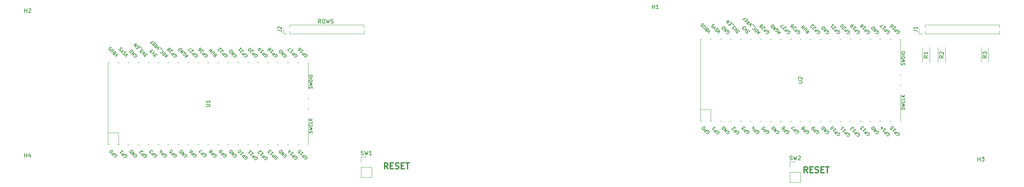
<source format=gbr>
%TF.GenerationSoftware,KiCad,Pcbnew,6.0.10-86aedd382b~118~ubuntu22.04.1*%
%TF.CreationDate,2023-01-15T11:44:38+01:00*%
%TF.ProjectId,tandberg-5000,74616e64-6265-4726-972d-353030302e6b,rev?*%
%TF.SameCoordinates,Original*%
%TF.FileFunction,Legend,Top*%
%TF.FilePolarity,Positive*%
%FSLAX46Y46*%
G04 Gerber Fmt 4.6, Leading zero omitted, Abs format (unit mm)*
G04 Created by KiCad (PCBNEW 6.0.10-86aedd382b~118~ubuntu22.04.1) date 2023-01-15 11:44:38*
%MOMM*%
%LPD*%
G01*
G04 APERTURE LIST*
%ADD10C,0.150000*%
%ADD11C,0.300000*%
%ADD12C,0.120000*%
G04 APERTURE END LIST*
D10*
X101738095Y-29452380D02*
X101404761Y-28976190D01*
X101166666Y-29452380D02*
X101166666Y-28452380D01*
X101547619Y-28452380D01*
X101642857Y-28500000D01*
X101690476Y-28547619D01*
X101738095Y-28642857D01*
X101738095Y-28785714D01*
X101690476Y-28880952D01*
X101642857Y-28928571D01*
X101547619Y-28976190D01*
X101166666Y-28976190D01*
X102357142Y-28452380D02*
X102547619Y-28452380D01*
X102642857Y-28500000D01*
X102738095Y-28595238D01*
X102785714Y-28785714D01*
X102785714Y-29119047D01*
X102738095Y-29309523D01*
X102642857Y-29404761D01*
X102547619Y-29452380D01*
X102357142Y-29452380D01*
X102261904Y-29404761D01*
X102166666Y-29309523D01*
X102119047Y-29119047D01*
X102119047Y-28785714D01*
X102166666Y-28595238D01*
X102261904Y-28500000D01*
X102357142Y-28452380D01*
X103119047Y-28452380D02*
X103357142Y-29452380D01*
X103547619Y-28738095D01*
X103738095Y-29452380D01*
X103976190Y-28452380D01*
X104309523Y-29404761D02*
X104452380Y-29452380D01*
X104690476Y-29452380D01*
X104785714Y-29404761D01*
X104833333Y-29357142D01*
X104880952Y-29261904D01*
X104880952Y-29166666D01*
X104833333Y-29071428D01*
X104785714Y-29023809D01*
X104690476Y-28976190D01*
X104500000Y-28928571D01*
X104404761Y-28880952D01*
X104357142Y-28833333D01*
X104309523Y-28738095D01*
X104309523Y-28642857D01*
X104357142Y-28547619D01*
X104404761Y-28500000D01*
X104500000Y-28452380D01*
X104738095Y-28452380D01*
X104880952Y-28500000D01*
D11*
X225821428Y-67678571D02*
X225321428Y-66964285D01*
X224964285Y-67678571D02*
X224964285Y-66178571D01*
X225535714Y-66178571D01*
X225678571Y-66250000D01*
X225750000Y-66321428D01*
X225821428Y-66464285D01*
X225821428Y-66678571D01*
X225750000Y-66821428D01*
X225678571Y-66892857D01*
X225535714Y-66964285D01*
X224964285Y-66964285D01*
X226464285Y-66892857D02*
X226964285Y-66892857D01*
X227178571Y-67678571D02*
X226464285Y-67678571D01*
X226464285Y-66178571D01*
X227178571Y-66178571D01*
X227750000Y-67607142D02*
X227964285Y-67678571D01*
X228321428Y-67678571D01*
X228464285Y-67607142D01*
X228535714Y-67535714D01*
X228607142Y-67392857D01*
X228607142Y-67250000D01*
X228535714Y-67107142D01*
X228464285Y-67035714D01*
X228321428Y-66964285D01*
X228035714Y-66892857D01*
X227892857Y-66821428D01*
X227821428Y-66750000D01*
X227750000Y-66607142D01*
X227750000Y-66464285D01*
X227821428Y-66321428D01*
X227892857Y-66250000D01*
X228035714Y-66178571D01*
X228392857Y-66178571D01*
X228607142Y-66250000D01*
X229250000Y-66892857D02*
X229750000Y-66892857D01*
X229964285Y-67678571D02*
X229250000Y-67678571D01*
X229250000Y-66178571D01*
X229964285Y-66178571D01*
X230392857Y-66178571D02*
X231250000Y-66178571D01*
X230821428Y-67678571D02*
X230821428Y-66178571D01*
X118821428Y-66678571D02*
X118321428Y-65964285D01*
X117964285Y-66678571D02*
X117964285Y-65178571D01*
X118535714Y-65178571D01*
X118678571Y-65250000D01*
X118750000Y-65321428D01*
X118821428Y-65464285D01*
X118821428Y-65678571D01*
X118750000Y-65821428D01*
X118678571Y-65892857D01*
X118535714Y-65964285D01*
X117964285Y-65964285D01*
X119464285Y-65892857D02*
X119964285Y-65892857D01*
X120178571Y-66678571D02*
X119464285Y-66678571D01*
X119464285Y-65178571D01*
X120178571Y-65178571D01*
X120750000Y-66607142D02*
X120964285Y-66678571D01*
X121321428Y-66678571D01*
X121464285Y-66607142D01*
X121535714Y-66535714D01*
X121607142Y-66392857D01*
X121607142Y-66250000D01*
X121535714Y-66107142D01*
X121464285Y-66035714D01*
X121321428Y-65964285D01*
X121035714Y-65892857D01*
X120892857Y-65821428D01*
X120821428Y-65750000D01*
X120750000Y-65607142D01*
X120750000Y-65464285D01*
X120821428Y-65321428D01*
X120892857Y-65250000D01*
X121035714Y-65178571D01*
X121392857Y-65178571D01*
X121607142Y-65250000D01*
X122250000Y-65892857D02*
X122750000Y-65892857D01*
X122964285Y-66678571D02*
X122250000Y-66678571D01*
X122250000Y-65178571D01*
X122964285Y-65178571D01*
X123392857Y-65178571D02*
X124250000Y-65178571D01*
X123821428Y-66678571D02*
X123821428Y-65178571D01*
D10*
%TO.C,SW2*%
X221321666Y-64344761D02*
X221464523Y-64392380D01*
X221702619Y-64392380D01*
X221797857Y-64344761D01*
X221845476Y-64297142D01*
X221893095Y-64201904D01*
X221893095Y-64106666D01*
X221845476Y-64011428D01*
X221797857Y-63963809D01*
X221702619Y-63916190D01*
X221512142Y-63868571D01*
X221416904Y-63820952D01*
X221369285Y-63773333D01*
X221321666Y-63678095D01*
X221321666Y-63582857D01*
X221369285Y-63487619D01*
X221416904Y-63440000D01*
X221512142Y-63392380D01*
X221750238Y-63392380D01*
X221893095Y-63440000D01*
X222226428Y-63392380D02*
X222464523Y-64392380D01*
X222655000Y-63678095D01*
X222845476Y-64392380D01*
X223083571Y-63392380D01*
X223416904Y-63487619D02*
X223464523Y-63440000D01*
X223559761Y-63392380D01*
X223797857Y-63392380D01*
X223893095Y-63440000D01*
X223940714Y-63487619D01*
X223988333Y-63582857D01*
X223988333Y-63678095D01*
X223940714Y-63820952D01*
X223369285Y-64392380D01*
X223988333Y-64392380D01*
%TO.C,SW1*%
X112011666Y-63074761D02*
X112154523Y-63122380D01*
X112392619Y-63122380D01*
X112487857Y-63074761D01*
X112535476Y-63027142D01*
X112583095Y-62931904D01*
X112583095Y-62836666D01*
X112535476Y-62741428D01*
X112487857Y-62693809D01*
X112392619Y-62646190D01*
X112202142Y-62598571D01*
X112106904Y-62550952D01*
X112059285Y-62503333D01*
X112011666Y-62408095D01*
X112011666Y-62312857D01*
X112059285Y-62217619D01*
X112106904Y-62170000D01*
X112202142Y-62122380D01*
X112440238Y-62122380D01*
X112583095Y-62170000D01*
X112916428Y-62122380D02*
X113154523Y-63122380D01*
X113345000Y-62408095D01*
X113535476Y-63122380D01*
X113773571Y-62122380D01*
X114678333Y-63122380D02*
X114106904Y-63122380D01*
X114392619Y-63122380D02*
X114392619Y-62122380D01*
X114297380Y-62265238D01*
X114202142Y-62360476D01*
X114106904Y-62408095D01*
%TO.C,H1*%
X186238095Y-25702380D02*
X186238095Y-24702380D01*
X186238095Y-25178571D02*
X186809523Y-25178571D01*
X186809523Y-25702380D02*
X186809523Y-24702380D01*
X187809523Y-25702380D02*
X187238095Y-25702380D01*
X187523809Y-25702380D02*
X187523809Y-24702380D01*
X187428571Y-24845238D01*
X187333333Y-24940476D01*
X187238095Y-24988095D01*
%TO.C,J1*%
X252757380Y-31333333D02*
X253471666Y-31333333D01*
X253614523Y-31380952D01*
X253709761Y-31476190D01*
X253757380Y-31619047D01*
X253757380Y-31714285D01*
X253757380Y-30333333D02*
X253757380Y-30904761D01*
X253757380Y-30619047D02*
X252757380Y-30619047D01*
X252900238Y-30714285D01*
X252995476Y-30809523D01*
X253043095Y-30904761D01*
%TO.C,H3*%
X269238095Y-64702380D02*
X269238095Y-63702380D01*
X269238095Y-64178571D02*
X269809523Y-64178571D01*
X269809523Y-64702380D02*
X269809523Y-63702380D01*
X270190476Y-63702380D02*
X270809523Y-63702380D01*
X270476190Y-64083333D01*
X270619047Y-64083333D01*
X270714285Y-64130952D01*
X270761904Y-64178571D01*
X270809523Y-64273809D01*
X270809523Y-64511904D01*
X270761904Y-64607142D01*
X270714285Y-64654761D01*
X270619047Y-64702380D01*
X270333333Y-64702380D01*
X270238095Y-64654761D01*
X270190476Y-64607142D01*
%TO.C,R3*%
X271452380Y-37706666D02*
X270976190Y-38040000D01*
X271452380Y-38278095D02*
X270452380Y-38278095D01*
X270452380Y-37897142D01*
X270500000Y-37801904D01*
X270547619Y-37754285D01*
X270642857Y-37706666D01*
X270785714Y-37706666D01*
X270880952Y-37754285D01*
X270928571Y-37801904D01*
X270976190Y-37897142D01*
X270976190Y-38278095D01*
X270452380Y-37373333D02*
X270452380Y-36754285D01*
X270833333Y-37087619D01*
X270833333Y-36944761D01*
X270880952Y-36849523D01*
X270928571Y-36801904D01*
X271023809Y-36754285D01*
X271261904Y-36754285D01*
X271357142Y-36801904D01*
X271404761Y-36849523D01*
X271452380Y-36944761D01*
X271452380Y-37230476D01*
X271404761Y-37325714D01*
X271357142Y-37373333D01*
%TO.C,H4*%
X26238095Y-63702380D02*
X26238095Y-62702380D01*
X26238095Y-63178571D02*
X26809523Y-63178571D01*
X26809523Y-63702380D02*
X26809523Y-62702380D01*
X27714285Y-63035714D02*
X27714285Y-63702380D01*
X27476190Y-62654761D02*
X27238095Y-63369047D01*
X27857142Y-63369047D01*
%TO.C,R2*%
X260452380Y-37706666D02*
X259976190Y-38040000D01*
X260452380Y-38278095D02*
X259452380Y-38278095D01*
X259452380Y-37897142D01*
X259500000Y-37801904D01*
X259547619Y-37754285D01*
X259642857Y-37706666D01*
X259785714Y-37706666D01*
X259880952Y-37754285D01*
X259928571Y-37801904D01*
X259976190Y-37897142D01*
X259976190Y-38278095D01*
X259547619Y-37325714D02*
X259500000Y-37278095D01*
X259452380Y-37182857D01*
X259452380Y-36944761D01*
X259500000Y-36849523D01*
X259547619Y-36801904D01*
X259642857Y-36754285D01*
X259738095Y-36754285D01*
X259880952Y-36801904D01*
X260452380Y-37373333D01*
X260452380Y-36754285D01*
%TO.C,R1*%
X256452380Y-37706666D02*
X255976190Y-38040000D01*
X256452380Y-38278095D02*
X255452380Y-38278095D01*
X255452380Y-37897142D01*
X255500000Y-37801904D01*
X255547619Y-37754285D01*
X255642857Y-37706666D01*
X255785714Y-37706666D01*
X255880952Y-37754285D01*
X255928571Y-37801904D01*
X255976190Y-37897142D01*
X255976190Y-38278095D01*
X256452380Y-36754285D02*
X256452380Y-37325714D01*
X256452380Y-37040000D02*
X255452380Y-37040000D01*
X255595238Y-37135238D01*
X255690476Y-37230476D01*
X255738095Y-37325714D01*
%TO.C,U1*%
X72452380Y-50761904D02*
X73261904Y-50761904D01*
X73357142Y-50714285D01*
X73404761Y-50666666D01*
X73452380Y-50571428D01*
X73452380Y-50380952D01*
X73404761Y-50285714D01*
X73357142Y-50238095D01*
X73261904Y-50190476D01*
X72452380Y-50190476D01*
X73452380Y-49190476D02*
X73452380Y-49761904D01*
X73452380Y-49476190D02*
X72452380Y-49476190D01*
X72595238Y-49571428D01*
X72690476Y-49666666D01*
X72738095Y-49761904D01*
X64231218Y-63486903D02*
X64258155Y-63567715D01*
X64338967Y-63648528D01*
X64446717Y-63702402D01*
X64554467Y-63702402D01*
X64635279Y-63675465D01*
X64769966Y-63594653D01*
X64850778Y-63513841D01*
X64931590Y-63379154D01*
X64958528Y-63298341D01*
X64958528Y-63190592D01*
X64904653Y-63082842D01*
X64850778Y-63028967D01*
X64743028Y-62975093D01*
X64689154Y-62975093D01*
X64500592Y-63163654D01*
X64608341Y-63271404D01*
X64500592Y-62678781D02*
X63934906Y-63244467D01*
X63719407Y-63028967D01*
X63692470Y-62948155D01*
X63692470Y-62894280D01*
X63719407Y-62813468D01*
X63800219Y-62732656D01*
X63881032Y-62705719D01*
X63934906Y-62705719D01*
X64015719Y-62732656D01*
X64231218Y-62948155D01*
X63099847Y-62409407D02*
X63369221Y-62678781D01*
X63665532Y-62436345D01*
X63611658Y-62436345D01*
X63530845Y-62409407D01*
X63396158Y-62274720D01*
X63369221Y-62193908D01*
X63369221Y-62140033D01*
X63396158Y-62059221D01*
X63530845Y-61924534D01*
X63611658Y-61897597D01*
X63665532Y-61897597D01*
X63746345Y-61924534D01*
X63881032Y-62059221D01*
X63907969Y-62140033D01*
X63907969Y-62193908D01*
X82290592Y-37902277D02*
X82317529Y-37983089D01*
X82398341Y-38063902D01*
X82506091Y-38117776D01*
X82613841Y-38117776D01*
X82694653Y-38090839D01*
X82829340Y-38010027D01*
X82910152Y-37929215D01*
X82990964Y-37794528D01*
X83017902Y-37713715D01*
X83017902Y-37605966D01*
X82964027Y-37498216D01*
X82910152Y-37444341D01*
X82802402Y-37390467D01*
X82748528Y-37390467D01*
X82559966Y-37579028D01*
X82667715Y-37686778D01*
X82559966Y-37094155D02*
X81994280Y-37659841D01*
X81778781Y-37444341D01*
X81751844Y-37363529D01*
X81751844Y-37309654D01*
X81778781Y-37228842D01*
X81859593Y-37148030D01*
X81940406Y-37121093D01*
X81994280Y-37121093D01*
X82075093Y-37148030D01*
X82290592Y-37363529D01*
X81509407Y-37067218D02*
X81455532Y-37067218D01*
X81374720Y-37040280D01*
X81240033Y-36905593D01*
X81213096Y-36824781D01*
X81213096Y-36770906D01*
X81240033Y-36690094D01*
X81293908Y-36636219D01*
X81401658Y-36582345D01*
X82048155Y-36582345D01*
X81697969Y-36232158D01*
X81159221Y-35693410D02*
X81482470Y-36016659D01*
X81320845Y-35855035D02*
X80755160Y-36420720D01*
X80889847Y-36393783D01*
X80997597Y-36393783D01*
X81078409Y-36420720D01*
X69590592Y-37902277D02*
X69617529Y-37983089D01*
X69698341Y-38063902D01*
X69806091Y-38117776D01*
X69913841Y-38117776D01*
X69994653Y-38090839D01*
X70129340Y-38010027D01*
X70210152Y-37929215D01*
X70290964Y-37794528D01*
X70317902Y-37713715D01*
X70317902Y-37605966D01*
X70264027Y-37498216D01*
X70210152Y-37444341D01*
X70102402Y-37390467D01*
X70048528Y-37390467D01*
X69859966Y-37579028D01*
X69967715Y-37686778D01*
X69859966Y-37094155D02*
X69294280Y-37659841D01*
X69078781Y-37444341D01*
X69051844Y-37363529D01*
X69051844Y-37309654D01*
X69078781Y-37228842D01*
X69159593Y-37148030D01*
X69240406Y-37121093D01*
X69294280Y-37121093D01*
X69375093Y-37148030D01*
X69590592Y-37363529D01*
X68809407Y-37067218D02*
X68755532Y-37067218D01*
X68674720Y-37040280D01*
X68540033Y-36905593D01*
X68513096Y-36824781D01*
X68513096Y-36770906D01*
X68540033Y-36690094D01*
X68593908Y-36636219D01*
X68701658Y-36582345D01*
X69348155Y-36582345D01*
X68997969Y-36232158D01*
X68243722Y-36609282D02*
X67866598Y-36232158D01*
X68674720Y-35908910D01*
X61691218Y-63486903D02*
X61718155Y-63567715D01*
X61798967Y-63648528D01*
X61906717Y-63702402D01*
X62014467Y-63702402D01*
X62095279Y-63675465D01*
X62229966Y-63594653D01*
X62310778Y-63513841D01*
X62391590Y-63379154D01*
X62418528Y-63298341D01*
X62418528Y-63190592D01*
X62364653Y-63082842D01*
X62310778Y-63028967D01*
X62203028Y-62975093D01*
X62149154Y-62975093D01*
X61960592Y-63163654D01*
X62068341Y-63271404D01*
X61960592Y-62678781D02*
X61394906Y-63244467D01*
X61179407Y-63028967D01*
X61152470Y-62948155D01*
X61152470Y-62894280D01*
X61179407Y-62813468D01*
X61260219Y-62732656D01*
X61341032Y-62705719D01*
X61394906Y-62705719D01*
X61475719Y-62732656D01*
X61691218Y-62948155D01*
X60775346Y-62247783D02*
X61152470Y-61870659D01*
X60694534Y-62597969D02*
X61233282Y-62328595D01*
X60883096Y-61978409D01*
X99523809Y-57509523D02*
X99561904Y-57395238D01*
X99561904Y-57204761D01*
X99523809Y-57128571D01*
X99485714Y-57090476D01*
X99409523Y-57052380D01*
X99333333Y-57052380D01*
X99257142Y-57090476D01*
X99219047Y-57128571D01*
X99180952Y-57204761D01*
X99142857Y-57357142D01*
X99104761Y-57433333D01*
X99066666Y-57471428D01*
X98990476Y-57509523D01*
X98914285Y-57509523D01*
X98838095Y-57471428D01*
X98800000Y-57433333D01*
X98761904Y-57357142D01*
X98761904Y-57166666D01*
X98800000Y-57052380D01*
X98761904Y-56785714D02*
X99561904Y-56595238D01*
X98990476Y-56442857D01*
X99561904Y-56290476D01*
X98761904Y-56100000D01*
X99485714Y-55338095D02*
X99523809Y-55376190D01*
X99561904Y-55490476D01*
X99561904Y-55566666D01*
X99523809Y-55680952D01*
X99447619Y-55757142D01*
X99371428Y-55795238D01*
X99219047Y-55833333D01*
X99104761Y-55833333D01*
X98952380Y-55795238D01*
X98876190Y-55757142D01*
X98800000Y-55680952D01*
X98761904Y-55566666D01*
X98761904Y-55490476D01*
X98800000Y-55376190D01*
X98838095Y-55338095D01*
X99561904Y-54614285D02*
X99561904Y-54995238D01*
X98761904Y-54995238D01*
X99561904Y-54347619D02*
X98761904Y-54347619D01*
X99561904Y-53890476D02*
X99104761Y-54233333D01*
X98761904Y-53890476D02*
X99219047Y-54347619D01*
X99523809Y-46095238D02*
X99561904Y-45980952D01*
X99561904Y-45790476D01*
X99523809Y-45714285D01*
X99485714Y-45676190D01*
X99409523Y-45638095D01*
X99333333Y-45638095D01*
X99257142Y-45676190D01*
X99219047Y-45714285D01*
X99180952Y-45790476D01*
X99142857Y-45942857D01*
X99104761Y-46019047D01*
X99066666Y-46057142D01*
X98990476Y-46095238D01*
X98914285Y-46095238D01*
X98838095Y-46057142D01*
X98800000Y-46019047D01*
X98761904Y-45942857D01*
X98761904Y-45752380D01*
X98800000Y-45638095D01*
X98761904Y-45371428D02*
X99561904Y-45180952D01*
X98990476Y-45028571D01*
X99561904Y-44876190D01*
X98761904Y-44685714D01*
X99561904Y-44380952D02*
X98761904Y-44380952D01*
X98761904Y-44190476D01*
X98800000Y-44076190D01*
X98876190Y-44000000D01*
X98952380Y-43961904D01*
X99104761Y-43923809D01*
X99219047Y-43923809D01*
X99371428Y-43961904D01*
X99447619Y-44000000D01*
X99523809Y-44076190D01*
X99561904Y-44190476D01*
X99561904Y-44380952D01*
X99561904Y-43580952D02*
X98761904Y-43580952D01*
X98761904Y-43047619D02*
X98761904Y-42895238D01*
X98800000Y-42819047D01*
X98876190Y-42742857D01*
X99028571Y-42704761D01*
X99295238Y-42704761D01*
X99447619Y-42742857D01*
X99523809Y-42819047D01*
X99561904Y-42895238D01*
X99561904Y-43047619D01*
X99523809Y-43123809D01*
X99447619Y-43200000D01*
X99295238Y-43238095D01*
X99028571Y-43238095D01*
X98876190Y-43200000D01*
X98800000Y-43123809D01*
X98761904Y-43047619D01*
X82280592Y-64010277D02*
X82307529Y-64091089D01*
X82388341Y-64171902D01*
X82496091Y-64225776D01*
X82603841Y-64225776D01*
X82684653Y-64198839D01*
X82819340Y-64118027D01*
X82900152Y-64037215D01*
X82980964Y-63902528D01*
X83007902Y-63821715D01*
X83007902Y-63713966D01*
X82954027Y-63606216D01*
X82900152Y-63552341D01*
X82792402Y-63498467D01*
X82738528Y-63498467D01*
X82549966Y-63687028D01*
X82657715Y-63794778D01*
X82549966Y-63202155D02*
X81984280Y-63767841D01*
X81768781Y-63552341D01*
X81741844Y-63471529D01*
X81741844Y-63417654D01*
X81768781Y-63336842D01*
X81849593Y-63256030D01*
X81930406Y-63229093D01*
X81984280Y-63229093D01*
X82065093Y-63256030D01*
X82280592Y-63471529D01*
X81687969Y-62340158D02*
X82011218Y-62663407D01*
X81849593Y-62501783D02*
X81283908Y-63067468D01*
X81418595Y-63040531D01*
X81526345Y-63040531D01*
X81607157Y-63067468D01*
X80772097Y-62555658D02*
X80718223Y-62501783D01*
X80691285Y-62420971D01*
X80691285Y-62367096D01*
X80718223Y-62286284D01*
X80799035Y-62151597D01*
X80933722Y-62016910D01*
X81068409Y-61936097D01*
X81149221Y-61909160D01*
X81203096Y-61909160D01*
X81283908Y-61936097D01*
X81337783Y-61989972D01*
X81364720Y-62070784D01*
X81364720Y-62124659D01*
X81337783Y-62205471D01*
X81256971Y-62340158D01*
X81122284Y-62474845D01*
X80987597Y-62555658D01*
X80906784Y-62582595D01*
X80852910Y-62582595D01*
X80772097Y-62555658D01*
X79498155Y-63513841D02*
X79525093Y-63594653D01*
X79605905Y-63675465D01*
X79713654Y-63729340D01*
X79821404Y-63729340D01*
X79902216Y-63702402D01*
X80036903Y-63621590D01*
X80117715Y-63540778D01*
X80198528Y-63406091D01*
X80225465Y-63325279D01*
X80225465Y-63217529D01*
X80171590Y-63109780D01*
X80117715Y-63055905D01*
X80009966Y-63002030D01*
X79956091Y-63002030D01*
X79767529Y-63190592D01*
X79875279Y-63298341D01*
X79767529Y-62705719D02*
X79201844Y-63271404D01*
X79444280Y-62382470D01*
X78878595Y-62948155D01*
X79174906Y-62113096D02*
X78609221Y-62678781D01*
X78474534Y-62544094D01*
X78420659Y-62436345D01*
X78420659Y-62328595D01*
X78447597Y-62247783D01*
X78528409Y-62113096D01*
X78609221Y-62032284D01*
X78743908Y-61951471D01*
X78824720Y-61924534D01*
X78932470Y-61924534D01*
X79040219Y-61978409D01*
X79174906Y-62113096D01*
X94980592Y-37902277D02*
X95007529Y-37983089D01*
X95088341Y-38063902D01*
X95196091Y-38117776D01*
X95303841Y-38117776D01*
X95384653Y-38090839D01*
X95519340Y-38010027D01*
X95600152Y-37929215D01*
X95680964Y-37794528D01*
X95707902Y-37713715D01*
X95707902Y-37605966D01*
X95654027Y-37498216D01*
X95600152Y-37444341D01*
X95492402Y-37390467D01*
X95438528Y-37390467D01*
X95249966Y-37579028D01*
X95357715Y-37686778D01*
X95249966Y-37094155D02*
X94684280Y-37659841D01*
X94468781Y-37444341D01*
X94441844Y-37363529D01*
X94441844Y-37309654D01*
X94468781Y-37228842D01*
X94549593Y-37148030D01*
X94630406Y-37121093D01*
X94684280Y-37121093D01*
X94765093Y-37148030D01*
X94980592Y-37363529D01*
X94387969Y-36232158D02*
X94711218Y-36555407D01*
X94549593Y-36393783D02*
X93983908Y-36959468D01*
X94118595Y-36932531D01*
X94226345Y-36932531D01*
X94307157Y-36959468D01*
X93633722Y-36609282D02*
X93256598Y-36232158D01*
X94064720Y-35908910D01*
X62533773Y-37845211D02*
X62264399Y-37575837D01*
X62749272Y-37737462D02*
X61995025Y-38114585D01*
X62372149Y-37360338D01*
X62183587Y-37171776D02*
X61617902Y-37737462D01*
X61483215Y-37602775D01*
X61429340Y-37495025D01*
X61429340Y-37387276D01*
X61456277Y-37306463D01*
X61537089Y-37171776D01*
X61617902Y-37090964D01*
X61752589Y-37010152D01*
X61833401Y-36983215D01*
X61941150Y-36983215D01*
X62048900Y-37037089D01*
X62183587Y-37171776D01*
X61240778Y-36336717D02*
X61294653Y-36336717D01*
X61402402Y-36390592D01*
X61456277Y-36444467D01*
X61510152Y-36552216D01*
X61510152Y-36659966D01*
X61483215Y-36740778D01*
X61402402Y-36875465D01*
X61321590Y-36956277D01*
X61186903Y-37037089D01*
X61106091Y-37064027D01*
X60998341Y-37064027D01*
X60890592Y-37010152D01*
X60836717Y-36956277D01*
X60782842Y-36848528D01*
X60782842Y-36794653D01*
X61240778Y-36121218D02*
X60809780Y-35690219D01*
X60136345Y-36255905D02*
X60513468Y-35501658D01*
X59759221Y-35878781D01*
X59813096Y-34801285D02*
X59732284Y-35259221D01*
X60136345Y-35124534D02*
X59570659Y-35690219D01*
X59355160Y-35474720D01*
X59328223Y-35393908D01*
X59328223Y-35340033D01*
X59355160Y-35259221D01*
X59435972Y-35178409D01*
X59516784Y-35151471D01*
X59570659Y-35151471D01*
X59651471Y-35178409D01*
X59866971Y-35393908D01*
X59274348Y-34855160D02*
X59085786Y-34666598D01*
X59301285Y-34289475D02*
X59570659Y-34558849D01*
X59004974Y-35124534D01*
X58735600Y-34855160D01*
X58573975Y-34154788D02*
X58762537Y-34343349D01*
X59058849Y-34047038D02*
X58493163Y-34612723D01*
X58223789Y-34343349D01*
X89900592Y-64010277D02*
X89927529Y-64091089D01*
X90008341Y-64171902D01*
X90116091Y-64225776D01*
X90223841Y-64225776D01*
X90304653Y-64198839D01*
X90439340Y-64118027D01*
X90520152Y-64037215D01*
X90600964Y-63902528D01*
X90627902Y-63821715D01*
X90627902Y-63713966D01*
X90574027Y-63606216D01*
X90520152Y-63552341D01*
X90412402Y-63498467D01*
X90358528Y-63498467D01*
X90169966Y-63687028D01*
X90277715Y-63794778D01*
X90169966Y-63202155D02*
X89604280Y-63767841D01*
X89388781Y-63552341D01*
X89361844Y-63471529D01*
X89361844Y-63417654D01*
X89388781Y-63336842D01*
X89469593Y-63256030D01*
X89550406Y-63229093D01*
X89604280Y-63229093D01*
X89685093Y-63256030D01*
X89900592Y-63471529D01*
X89307969Y-62340158D02*
X89631218Y-62663407D01*
X89469593Y-62501783D02*
X88903908Y-63067468D01*
X89038595Y-63040531D01*
X89146345Y-63040531D01*
X89227157Y-63067468D01*
X88553722Y-62717282D02*
X88203536Y-62367096D01*
X88607597Y-62340158D01*
X88526784Y-62259346D01*
X88499847Y-62178534D01*
X88499847Y-62124659D01*
X88526784Y-62043847D01*
X88661471Y-61909160D01*
X88742284Y-61882223D01*
X88796158Y-61882223D01*
X88876971Y-61909160D01*
X89038595Y-62070784D01*
X89065532Y-62151597D01*
X89065532Y-62205471D01*
X74391218Y-63486903D02*
X74418155Y-63567715D01*
X74498967Y-63648528D01*
X74606717Y-63702402D01*
X74714467Y-63702402D01*
X74795279Y-63675465D01*
X74929966Y-63594653D01*
X75010778Y-63513841D01*
X75091590Y-63379154D01*
X75118528Y-63298341D01*
X75118528Y-63190592D01*
X75064653Y-63082842D01*
X75010778Y-63028967D01*
X74903028Y-62975093D01*
X74849154Y-62975093D01*
X74660592Y-63163654D01*
X74768341Y-63271404D01*
X74660592Y-62678781D02*
X74094906Y-63244467D01*
X73879407Y-63028967D01*
X73852470Y-62948155D01*
X73852470Y-62894280D01*
X73879407Y-62813468D01*
X73960219Y-62732656D01*
X74041032Y-62705719D01*
X74094906Y-62705719D01*
X74175719Y-62732656D01*
X74391218Y-62948155D01*
X73690845Y-62355532D02*
X73717783Y-62436345D01*
X73717783Y-62490219D01*
X73690845Y-62571032D01*
X73663908Y-62597969D01*
X73583096Y-62624906D01*
X73529221Y-62624906D01*
X73448409Y-62597969D01*
X73340659Y-62490219D01*
X73313722Y-62409407D01*
X73313722Y-62355532D01*
X73340659Y-62274720D01*
X73367597Y-62247783D01*
X73448409Y-62220845D01*
X73502284Y-62220845D01*
X73583096Y-62247783D01*
X73690845Y-62355532D01*
X73771658Y-62382470D01*
X73825532Y-62382470D01*
X73906345Y-62355532D01*
X74014094Y-62247783D01*
X74041032Y-62166971D01*
X74041032Y-62113096D01*
X74014094Y-62032284D01*
X73906345Y-61924534D01*
X73825532Y-61897597D01*
X73771658Y-61897597D01*
X73690845Y-61924534D01*
X73583096Y-62032284D01*
X73556158Y-62113096D01*
X73556158Y-62166971D01*
X73583096Y-62247783D01*
X71821218Y-63386903D02*
X71848155Y-63467715D01*
X71928967Y-63548528D01*
X72036717Y-63602402D01*
X72144467Y-63602402D01*
X72225279Y-63575465D01*
X72359966Y-63494653D01*
X72440778Y-63413841D01*
X72521590Y-63279154D01*
X72548528Y-63198341D01*
X72548528Y-63090592D01*
X72494653Y-62982842D01*
X72440778Y-62928967D01*
X72333028Y-62875093D01*
X72279154Y-62875093D01*
X72090592Y-63063654D01*
X72198341Y-63171404D01*
X72090592Y-62578781D02*
X71524906Y-63144467D01*
X71309407Y-62928967D01*
X71282470Y-62848155D01*
X71282470Y-62794280D01*
X71309407Y-62713468D01*
X71390219Y-62632656D01*
X71471032Y-62605719D01*
X71524906Y-62605719D01*
X71605719Y-62632656D01*
X71821218Y-62848155D01*
X71013096Y-62632656D02*
X70635972Y-62255532D01*
X71444094Y-61932284D01*
X67740964Y-37848402D02*
X67471590Y-37579028D01*
X67956463Y-37740653D02*
X67202216Y-38117776D01*
X67579340Y-37363529D01*
X66555719Y-37417404D02*
X66582656Y-37498216D01*
X66663468Y-37579028D01*
X66771218Y-37632903D01*
X66878967Y-37632903D01*
X66959780Y-37605966D01*
X67094467Y-37525154D01*
X67175279Y-37444341D01*
X67256091Y-37309654D01*
X67283028Y-37228842D01*
X67283028Y-37121093D01*
X67229154Y-37013343D01*
X67175279Y-36959468D01*
X67067529Y-36905593D01*
X67013654Y-36905593D01*
X66825093Y-37094155D01*
X66932842Y-37201905D01*
X66825093Y-36609282D02*
X66259407Y-37174967D01*
X66501844Y-36286033D01*
X65936158Y-36851719D01*
X66232470Y-36016659D02*
X65666784Y-36582345D01*
X65532097Y-36447658D01*
X65478223Y-36339908D01*
X65478223Y-36232158D01*
X65505160Y-36151346D01*
X65585972Y-36016659D01*
X65666784Y-35935847D01*
X65801471Y-35855035D01*
X65882284Y-35828097D01*
X65990033Y-35828097D01*
X66097783Y-35881972D01*
X66232470Y-36016659D01*
X54098155Y-63513841D02*
X54125093Y-63594653D01*
X54205905Y-63675465D01*
X54313654Y-63729340D01*
X54421404Y-63729340D01*
X54502216Y-63702402D01*
X54636903Y-63621590D01*
X54717715Y-63540778D01*
X54798528Y-63406091D01*
X54825465Y-63325279D01*
X54825465Y-63217529D01*
X54771590Y-63109780D01*
X54717715Y-63055905D01*
X54609966Y-63002030D01*
X54556091Y-63002030D01*
X54367529Y-63190592D01*
X54475279Y-63298341D01*
X54367529Y-62705719D02*
X53801844Y-63271404D01*
X54044280Y-62382470D01*
X53478595Y-62948155D01*
X53774906Y-62113096D02*
X53209221Y-62678781D01*
X53074534Y-62544094D01*
X53020659Y-62436345D01*
X53020659Y-62328595D01*
X53047597Y-62247783D01*
X53128409Y-62113096D01*
X53209221Y-62032284D01*
X53343908Y-61951471D01*
X53424720Y-61924534D01*
X53532470Y-61924534D01*
X53640219Y-61978409D01*
X53774906Y-62113096D01*
X87360592Y-64156277D02*
X87387529Y-64237089D01*
X87468341Y-64317902D01*
X87576091Y-64371776D01*
X87683841Y-64371776D01*
X87764653Y-64344839D01*
X87899340Y-64264027D01*
X87980152Y-64183215D01*
X88060964Y-64048528D01*
X88087902Y-63967715D01*
X88087902Y-63859966D01*
X88034027Y-63752216D01*
X87980152Y-63698341D01*
X87872402Y-63644467D01*
X87818528Y-63644467D01*
X87629966Y-63833028D01*
X87737715Y-63940778D01*
X87629966Y-63348155D02*
X87064280Y-63913841D01*
X86848781Y-63698341D01*
X86821844Y-63617529D01*
X86821844Y-63563654D01*
X86848781Y-63482842D01*
X86929593Y-63402030D01*
X87010406Y-63375093D01*
X87064280Y-63375093D01*
X87145093Y-63402030D01*
X87360592Y-63617529D01*
X86767969Y-62486158D02*
X87091218Y-62809407D01*
X86929593Y-62647783D02*
X86363908Y-63213468D01*
X86498595Y-63186531D01*
X86606345Y-63186531D01*
X86687157Y-63213468D01*
X86040659Y-62782470D02*
X85986784Y-62782470D01*
X85905972Y-62755532D01*
X85771285Y-62620845D01*
X85744348Y-62540033D01*
X85744348Y-62486158D01*
X85771285Y-62405346D01*
X85825160Y-62351471D01*
X85932910Y-62297597D01*
X86579407Y-62297597D01*
X86229221Y-61947410D01*
X52069966Y-38079526D02*
X52447089Y-37325279D01*
X51692842Y-37702402D01*
X52069966Y-37002030D02*
X52016091Y-36894280D01*
X51881404Y-36759593D01*
X51800592Y-36732656D01*
X51746717Y-36732656D01*
X51665905Y-36759593D01*
X51612030Y-36813468D01*
X51585093Y-36894280D01*
X51585093Y-36948155D01*
X51612030Y-37028967D01*
X51692842Y-37163654D01*
X51719780Y-37244467D01*
X51719780Y-37298341D01*
X51692842Y-37379154D01*
X51638967Y-37433028D01*
X51558155Y-37459966D01*
X51504280Y-37459966D01*
X51423468Y-37433028D01*
X51288781Y-37298341D01*
X51234906Y-37190592D01*
X51154094Y-36571032D02*
X51423468Y-36301658D01*
X51046345Y-37055905D02*
X51154094Y-36571032D01*
X50669221Y-36678781D01*
X51046345Y-35978409D02*
X50992470Y-35870659D01*
X50857783Y-35735972D01*
X50776971Y-35709035D01*
X50723096Y-35709035D01*
X50642284Y-35735972D01*
X50588409Y-35789847D01*
X50561471Y-35870659D01*
X50561471Y-35924534D01*
X50588409Y-36005346D01*
X50669221Y-36140033D01*
X50696158Y-36220845D01*
X50696158Y-36274720D01*
X50669221Y-36355532D01*
X50615346Y-36409407D01*
X50534534Y-36436345D01*
X50480659Y-36436345D01*
X50399847Y-36409407D01*
X50265160Y-36274720D01*
X50211285Y-36166971D01*
X92198155Y-63513841D02*
X92225093Y-63594653D01*
X92305905Y-63675465D01*
X92413654Y-63729340D01*
X92521404Y-63729340D01*
X92602216Y-63702402D01*
X92736903Y-63621590D01*
X92817715Y-63540778D01*
X92898528Y-63406091D01*
X92925465Y-63325279D01*
X92925465Y-63217529D01*
X92871590Y-63109780D01*
X92817715Y-63055905D01*
X92709966Y-63002030D01*
X92656091Y-63002030D01*
X92467529Y-63190592D01*
X92575279Y-63298341D01*
X92467529Y-62705719D02*
X91901844Y-63271404D01*
X92144280Y-62382470D01*
X91578595Y-62948155D01*
X91874906Y-62113096D02*
X91309221Y-62678781D01*
X91174534Y-62544094D01*
X91120659Y-62436345D01*
X91120659Y-62328595D01*
X91147597Y-62247783D01*
X91228409Y-62113096D01*
X91309221Y-62032284D01*
X91443908Y-61951471D01*
X91524720Y-61924534D01*
X91632470Y-61924534D01*
X91740219Y-61978409D01*
X91874906Y-62113096D01*
X84820592Y-64156277D02*
X84847529Y-64237089D01*
X84928341Y-64317902D01*
X85036091Y-64371776D01*
X85143841Y-64371776D01*
X85224653Y-64344839D01*
X85359340Y-64264027D01*
X85440152Y-64183215D01*
X85520964Y-64048528D01*
X85547902Y-63967715D01*
X85547902Y-63859966D01*
X85494027Y-63752216D01*
X85440152Y-63698341D01*
X85332402Y-63644467D01*
X85278528Y-63644467D01*
X85089966Y-63833028D01*
X85197715Y-63940778D01*
X85089966Y-63348155D02*
X84524280Y-63913841D01*
X84308781Y-63698341D01*
X84281844Y-63617529D01*
X84281844Y-63563654D01*
X84308781Y-63482842D01*
X84389593Y-63402030D01*
X84470406Y-63375093D01*
X84524280Y-63375093D01*
X84605093Y-63402030D01*
X84820592Y-63617529D01*
X84227969Y-62486158D02*
X84551218Y-62809407D01*
X84389593Y-62647783D02*
X83823908Y-63213468D01*
X83958595Y-63186531D01*
X84066345Y-63186531D01*
X84147157Y-63213468D01*
X83689221Y-61947410D02*
X84012470Y-62270659D01*
X83850845Y-62109035D02*
X83285160Y-62674720D01*
X83419847Y-62647783D01*
X83527597Y-62647783D01*
X83608409Y-62674720D01*
X64246592Y-37902277D02*
X64273529Y-37983089D01*
X64354341Y-38063902D01*
X64462091Y-38117776D01*
X64569841Y-38117776D01*
X64650653Y-38090839D01*
X64785340Y-38010027D01*
X64866152Y-37929215D01*
X64946964Y-37794528D01*
X64973902Y-37713715D01*
X64973902Y-37605966D01*
X64920027Y-37498216D01*
X64866152Y-37444341D01*
X64758402Y-37390467D01*
X64704528Y-37390467D01*
X64515966Y-37579028D01*
X64623715Y-37686778D01*
X64515966Y-37094155D02*
X63950280Y-37659841D01*
X63734781Y-37444341D01*
X63707844Y-37363529D01*
X63707844Y-37309654D01*
X63734781Y-37228842D01*
X63815593Y-37148030D01*
X63896406Y-37121093D01*
X63950280Y-37121093D01*
X64031093Y-37148030D01*
X64246592Y-37363529D01*
X63465407Y-37067218D02*
X63411532Y-37067218D01*
X63330720Y-37040280D01*
X63196033Y-36905593D01*
X63169096Y-36824781D01*
X63169096Y-36770906D01*
X63196033Y-36690094D01*
X63249908Y-36636219D01*
X63357658Y-36582345D01*
X64004155Y-36582345D01*
X63653969Y-36232158D01*
X63007471Y-36232158D02*
X63034409Y-36312971D01*
X63034409Y-36366845D01*
X63007471Y-36447658D01*
X62980534Y-36474595D01*
X62899722Y-36501532D01*
X62845847Y-36501532D01*
X62765035Y-36474595D01*
X62657285Y-36366845D01*
X62630348Y-36286033D01*
X62630348Y-36232158D01*
X62657285Y-36151346D01*
X62684223Y-36124409D01*
X62765035Y-36097471D01*
X62818910Y-36097471D01*
X62899722Y-36124409D01*
X63007471Y-36232158D01*
X63088284Y-36259096D01*
X63142158Y-36259096D01*
X63222971Y-36232158D01*
X63330720Y-36124409D01*
X63357658Y-36043597D01*
X63357658Y-35989722D01*
X63330720Y-35908910D01*
X63222971Y-35801160D01*
X63142158Y-35774223D01*
X63088284Y-35774223D01*
X63007471Y-35801160D01*
X62899722Y-35908910D01*
X62872784Y-35989722D01*
X62872784Y-36043597D01*
X62899722Y-36124409D01*
X59490592Y-38110152D02*
X59140406Y-37759966D01*
X59544467Y-37733028D01*
X59463654Y-37652216D01*
X59436717Y-37571404D01*
X59436717Y-37517529D01*
X59463654Y-37436717D01*
X59598341Y-37302030D01*
X59679154Y-37275093D01*
X59733028Y-37275093D01*
X59813841Y-37302030D01*
X59975465Y-37463654D01*
X60002402Y-37544467D01*
X60002402Y-37598341D01*
X58978781Y-37598341D02*
X59355905Y-36844094D01*
X58601658Y-37221218D01*
X58466971Y-37086531D02*
X58116784Y-36736345D01*
X58520845Y-36709407D01*
X58440033Y-36628595D01*
X58413096Y-36547783D01*
X58413096Y-36493908D01*
X58440033Y-36413096D01*
X58574720Y-36278409D01*
X58655532Y-36251471D01*
X58709407Y-36251471D01*
X58790219Y-36278409D01*
X58951844Y-36440033D01*
X58978781Y-36520845D01*
X58978781Y-36574720D01*
X92198155Y-37913841D02*
X92225093Y-37994653D01*
X92305905Y-38075465D01*
X92413654Y-38129340D01*
X92521404Y-38129340D01*
X92602216Y-38102402D01*
X92736903Y-38021590D01*
X92817715Y-37940778D01*
X92898528Y-37806091D01*
X92925465Y-37725279D01*
X92925465Y-37617529D01*
X92871590Y-37509780D01*
X92817715Y-37455905D01*
X92709966Y-37402030D01*
X92656091Y-37402030D01*
X92467529Y-37590592D01*
X92575279Y-37698341D01*
X92467529Y-37105719D02*
X91901844Y-37671404D01*
X92144280Y-36782470D01*
X91578595Y-37348155D01*
X91874906Y-36513096D02*
X91309221Y-37078781D01*
X91174534Y-36944094D01*
X91120659Y-36836345D01*
X91120659Y-36728595D01*
X91147597Y-36647783D01*
X91228409Y-36513096D01*
X91309221Y-36432284D01*
X91443908Y-36351471D01*
X91524720Y-36324534D01*
X91632470Y-36324534D01*
X91740219Y-36378409D01*
X91874906Y-36513096D01*
X48991218Y-63486903D02*
X49018155Y-63567715D01*
X49098967Y-63648528D01*
X49206717Y-63702402D01*
X49314467Y-63702402D01*
X49395279Y-63675465D01*
X49529966Y-63594653D01*
X49610778Y-63513841D01*
X49691590Y-63379154D01*
X49718528Y-63298341D01*
X49718528Y-63190592D01*
X49664653Y-63082842D01*
X49610778Y-63028967D01*
X49503028Y-62975093D01*
X49449154Y-62975093D01*
X49260592Y-63163654D01*
X49368341Y-63271404D01*
X49260592Y-62678781D02*
X48694906Y-63244467D01*
X48479407Y-63028967D01*
X48452470Y-62948155D01*
X48452470Y-62894280D01*
X48479407Y-62813468D01*
X48560219Y-62732656D01*
X48641032Y-62705719D01*
X48694906Y-62705719D01*
X48775719Y-62732656D01*
X48991218Y-62948155D01*
X48021471Y-62571032D02*
X47967597Y-62517157D01*
X47940659Y-62436345D01*
X47940659Y-62382470D01*
X47967597Y-62301658D01*
X48048409Y-62166971D01*
X48183096Y-62032284D01*
X48317783Y-61951471D01*
X48398595Y-61924534D01*
X48452470Y-61924534D01*
X48533282Y-61951471D01*
X48587157Y-62005346D01*
X48614094Y-62086158D01*
X48614094Y-62140033D01*
X48587157Y-62220845D01*
X48506345Y-62355532D01*
X48371658Y-62490219D01*
X48236971Y-62571032D01*
X48156158Y-62597969D01*
X48102284Y-62597969D01*
X48021471Y-62571032D01*
X69311218Y-63486903D02*
X69338155Y-63567715D01*
X69418967Y-63648528D01*
X69526717Y-63702402D01*
X69634467Y-63702402D01*
X69715279Y-63675465D01*
X69849966Y-63594653D01*
X69930778Y-63513841D01*
X70011590Y-63379154D01*
X70038528Y-63298341D01*
X70038528Y-63190592D01*
X69984653Y-63082842D01*
X69930778Y-63028967D01*
X69823028Y-62975093D01*
X69769154Y-62975093D01*
X69580592Y-63163654D01*
X69688341Y-63271404D01*
X69580592Y-62678781D02*
X69014906Y-63244467D01*
X68799407Y-63028967D01*
X68772470Y-62948155D01*
X68772470Y-62894280D01*
X68799407Y-62813468D01*
X68880219Y-62732656D01*
X68961032Y-62705719D01*
X69014906Y-62705719D01*
X69095719Y-62732656D01*
X69311218Y-62948155D01*
X68206784Y-62436345D02*
X68314534Y-62544094D01*
X68395346Y-62571032D01*
X68449221Y-62571032D01*
X68583908Y-62544094D01*
X68718595Y-62463282D01*
X68934094Y-62247783D01*
X68961032Y-62166971D01*
X68961032Y-62113096D01*
X68934094Y-62032284D01*
X68826345Y-61924534D01*
X68745532Y-61897597D01*
X68691658Y-61897597D01*
X68610845Y-61924534D01*
X68476158Y-62059221D01*
X68449221Y-62140033D01*
X68449221Y-62193908D01*
X68476158Y-62274720D01*
X68583908Y-62382470D01*
X68664720Y-62409407D01*
X68718595Y-62409407D01*
X68799407Y-62382470D01*
X97520592Y-64010277D02*
X97547529Y-64091089D01*
X97628341Y-64171902D01*
X97736091Y-64225776D01*
X97843841Y-64225776D01*
X97924653Y-64198839D01*
X98059340Y-64118027D01*
X98140152Y-64037215D01*
X98220964Y-63902528D01*
X98247902Y-63821715D01*
X98247902Y-63713966D01*
X98194027Y-63606216D01*
X98140152Y-63552341D01*
X98032402Y-63498467D01*
X97978528Y-63498467D01*
X97789966Y-63687028D01*
X97897715Y-63794778D01*
X97789966Y-63202155D02*
X97224280Y-63767841D01*
X97008781Y-63552341D01*
X96981844Y-63471529D01*
X96981844Y-63417654D01*
X97008781Y-63336842D01*
X97089593Y-63256030D01*
X97170406Y-63229093D01*
X97224280Y-63229093D01*
X97305093Y-63256030D01*
X97520592Y-63471529D01*
X96927969Y-62340158D02*
X97251218Y-62663407D01*
X97089593Y-62501783D02*
X96523908Y-63067468D01*
X96658595Y-63040531D01*
X96766345Y-63040531D01*
X96847157Y-63067468D01*
X95850473Y-62394033D02*
X96119847Y-62663407D01*
X96416158Y-62420971D01*
X96362284Y-62420971D01*
X96281471Y-62394033D01*
X96146784Y-62259346D01*
X96119847Y-62178534D01*
X96119847Y-62124659D01*
X96146784Y-62043847D01*
X96281471Y-61909160D01*
X96362284Y-61882223D01*
X96416158Y-61882223D01*
X96496971Y-61909160D01*
X96631658Y-62043847D01*
X96658595Y-62124659D01*
X96658595Y-62178534D01*
X56611218Y-63586903D02*
X56638155Y-63667715D01*
X56718967Y-63748528D01*
X56826717Y-63802402D01*
X56934467Y-63802402D01*
X57015279Y-63775465D01*
X57149966Y-63694653D01*
X57230778Y-63613841D01*
X57311590Y-63479154D01*
X57338528Y-63398341D01*
X57338528Y-63290592D01*
X57284653Y-63182842D01*
X57230778Y-63128967D01*
X57123028Y-63075093D01*
X57069154Y-63075093D01*
X56880592Y-63263654D01*
X56988341Y-63371404D01*
X56880592Y-62778781D02*
X56314906Y-63344467D01*
X56099407Y-63128967D01*
X56072470Y-63048155D01*
X56072470Y-62994280D01*
X56099407Y-62913468D01*
X56180219Y-62832656D01*
X56261032Y-62805719D01*
X56314906Y-62805719D01*
X56395719Y-62832656D01*
X56611218Y-63048155D01*
X55830033Y-62751844D02*
X55776158Y-62751844D01*
X55695346Y-62724906D01*
X55560659Y-62590219D01*
X55533722Y-62509407D01*
X55533722Y-62455532D01*
X55560659Y-62374720D01*
X55614534Y-62320845D01*
X55722284Y-62266971D01*
X56368781Y-62266971D01*
X56018595Y-61916784D01*
X51521218Y-63586903D02*
X51548155Y-63667715D01*
X51628967Y-63748528D01*
X51736717Y-63802402D01*
X51844467Y-63802402D01*
X51925279Y-63775465D01*
X52059966Y-63694653D01*
X52140778Y-63613841D01*
X52221590Y-63479154D01*
X52248528Y-63398341D01*
X52248528Y-63290592D01*
X52194653Y-63182842D01*
X52140778Y-63128967D01*
X52033028Y-63075093D01*
X51979154Y-63075093D01*
X51790592Y-63263654D01*
X51898341Y-63371404D01*
X51790592Y-62778781D02*
X51224906Y-63344467D01*
X51009407Y-63128967D01*
X50982470Y-63048155D01*
X50982470Y-62994280D01*
X51009407Y-62913468D01*
X51090219Y-62832656D01*
X51171032Y-62805719D01*
X51224906Y-62805719D01*
X51305719Y-62832656D01*
X51521218Y-63048155D01*
X50928595Y-61916784D02*
X51251844Y-62240033D01*
X51090219Y-62078409D02*
X50524534Y-62644094D01*
X50659221Y-62617157D01*
X50766971Y-62617157D01*
X50847783Y-62644094D01*
X94980592Y-64056277D02*
X95007529Y-64137089D01*
X95088341Y-64217902D01*
X95196091Y-64271776D01*
X95303841Y-64271776D01*
X95384653Y-64244839D01*
X95519340Y-64164027D01*
X95600152Y-64083215D01*
X95680964Y-63948528D01*
X95707902Y-63867715D01*
X95707902Y-63759966D01*
X95654027Y-63652216D01*
X95600152Y-63598341D01*
X95492402Y-63544467D01*
X95438528Y-63544467D01*
X95249966Y-63733028D01*
X95357715Y-63840778D01*
X95249966Y-63248155D02*
X94684280Y-63813841D01*
X94468781Y-63598341D01*
X94441844Y-63517529D01*
X94441844Y-63463654D01*
X94468781Y-63382842D01*
X94549593Y-63302030D01*
X94630406Y-63275093D01*
X94684280Y-63275093D01*
X94765093Y-63302030D01*
X94980592Y-63517529D01*
X94387969Y-62386158D02*
X94711218Y-62709407D01*
X94549593Y-62547783D02*
X93983908Y-63113468D01*
X94118595Y-63086531D01*
X94226345Y-63086531D01*
X94307157Y-63113468D01*
X93525972Y-62278409D02*
X93903096Y-61901285D01*
X93445160Y-62628595D02*
X93983908Y-62359221D01*
X93633722Y-62009035D01*
X74943435Y-37161624D02*
X74862622Y-37619560D01*
X75266683Y-37484873D02*
X74700998Y-38050558D01*
X74485499Y-37835059D01*
X74458561Y-37754247D01*
X74458561Y-37700372D01*
X74485499Y-37619560D01*
X74566311Y-37538748D01*
X74647123Y-37511810D01*
X74700998Y-37511810D01*
X74781810Y-37538748D01*
X74997309Y-37754247D01*
X74135312Y-37484873D02*
X74593248Y-37026937D01*
X74620186Y-36946125D01*
X74620186Y-36892250D01*
X74593248Y-36811438D01*
X74485499Y-36703688D01*
X74404687Y-36676751D01*
X74350812Y-36676751D01*
X74270000Y-36703688D01*
X73812064Y-37161624D01*
X74108375Y-36326564D02*
X73542690Y-36892250D01*
X73785126Y-36003316D01*
X73219441Y-36569001D01*
X79498155Y-37913841D02*
X79525093Y-37994653D01*
X79605905Y-38075465D01*
X79713654Y-38129340D01*
X79821404Y-38129340D01*
X79902216Y-38102402D01*
X80036903Y-38021590D01*
X80117715Y-37940778D01*
X80198528Y-37806091D01*
X80225465Y-37725279D01*
X80225465Y-37617529D01*
X80171590Y-37509780D01*
X80117715Y-37455905D01*
X80009966Y-37402030D01*
X79956091Y-37402030D01*
X79767529Y-37590592D01*
X79875279Y-37698341D01*
X79767529Y-37105719D02*
X79201844Y-37671404D01*
X79444280Y-36782470D01*
X78878595Y-37348155D01*
X79174906Y-36513096D02*
X78609221Y-37078781D01*
X78474534Y-36944094D01*
X78420659Y-36836345D01*
X78420659Y-36728595D01*
X78447597Y-36647783D01*
X78528409Y-36513096D01*
X78609221Y-36432284D01*
X78743908Y-36351471D01*
X78824720Y-36324534D01*
X78932470Y-36324534D01*
X79040219Y-36378409D01*
X79174906Y-36513096D01*
X56958308Y-38077868D02*
X56608122Y-37727682D01*
X57012183Y-37700744D01*
X56931370Y-37619932D01*
X56904433Y-37539120D01*
X56904433Y-37485245D01*
X56931370Y-37404433D01*
X57066057Y-37269746D01*
X57146870Y-37242809D01*
X57200744Y-37242809D01*
X57281557Y-37269746D01*
X57443181Y-37431370D01*
X57470118Y-37512183D01*
X57470118Y-37566057D01*
X56446497Y-37566057D02*
X56823621Y-36811810D01*
X56069374Y-37188934D01*
X55934687Y-37054247D02*
X55584500Y-36704061D01*
X55988561Y-36677123D01*
X55907749Y-36596311D01*
X55880812Y-36515499D01*
X55880812Y-36461624D01*
X55907749Y-36380812D01*
X56042436Y-36246125D01*
X56123248Y-36219187D01*
X56177123Y-36219187D01*
X56257935Y-36246125D01*
X56419560Y-36407749D01*
X56446497Y-36488561D01*
X56446497Y-36542436D01*
X56096311Y-35976751D02*
X55665312Y-35545752D01*
X55180439Y-35761251D02*
X54991877Y-35572690D01*
X55207377Y-35195566D02*
X55476751Y-35464940D01*
X54911065Y-36030625D01*
X54641691Y-35761251D01*
X54964940Y-34953129D02*
X54399255Y-35518815D01*
X54641691Y-34629881D01*
X54076006Y-35195566D01*
X49527309Y-38046870D02*
X49904433Y-37292622D01*
X49150186Y-37669746D01*
X49042436Y-37023248D02*
X48988561Y-36915499D01*
X48988561Y-36861624D01*
X49015499Y-36780812D01*
X49096311Y-36700000D01*
X49177123Y-36673062D01*
X49230998Y-36673062D01*
X49311810Y-36700000D01*
X49527309Y-36915499D01*
X48961624Y-37481184D01*
X48773062Y-37292622D01*
X48746125Y-37211810D01*
X48746125Y-37157935D01*
X48773062Y-37077123D01*
X48826937Y-37023248D01*
X48907749Y-36996311D01*
X48961624Y-36996311D01*
X49042436Y-37023248D01*
X49230998Y-37211810D01*
X48395938Y-36915499D02*
X48853874Y-36457563D01*
X48880812Y-36376751D01*
X48880812Y-36322876D01*
X48853874Y-36242064D01*
X48746125Y-36134314D01*
X48665312Y-36107377D01*
X48611438Y-36107377D01*
X48530625Y-36134314D01*
X48072690Y-36592250D01*
X48369001Y-35811065D02*
X48315126Y-35703316D01*
X48180439Y-35568629D01*
X48099627Y-35541691D01*
X48045752Y-35541691D01*
X47964940Y-35568629D01*
X47911065Y-35622503D01*
X47884128Y-35703316D01*
X47884128Y-35757190D01*
X47911065Y-35838003D01*
X47991877Y-35972690D01*
X48018815Y-36053502D01*
X48018815Y-36107377D01*
X47991877Y-36188189D01*
X47938003Y-36242064D01*
X47857190Y-36269001D01*
X47803316Y-36269001D01*
X47722503Y-36242064D01*
X47587816Y-36107377D01*
X47533942Y-35999627D01*
X59151218Y-63486903D02*
X59178155Y-63567715D01*
X59258967Y-63648528D01*
X59366717Y-63702402D01*
X59474467Y-63702402D01*
X59555279Y-63675465D01*
X59689966Y-63594653D01*
X59770778Y-63513841D01*
X59851590Y-63379154D01*
X59878528Y-63298341D01*
X59878528Y-63190592D01*
X59824653Y-63082842D01*
X59770778Y-63028967D01*
X59663028Y-62975093D01*
X59609154Y-62975093D01*
X59420592Y-63163654D01*
X59528341Y-63271404D01*
X59420592Y-62678781D02*
X58854906Y-63244467D01*
X58639407Y-63028967D01*
X58612470Y-62948155D01*
X58612470Y-62894280D01*
X58639407Y-62813468D01*
X58720219Y-62732656D01*
X58801032Y-62705719D01*
X58854906Y-62705719D01*
X58935719Y-62732656D01*
X59151218Y-62948155D01*
X58343096Y-62732656D02*
X57992910Y-62382470D01*
X58396971Y-62355532D01*
X58316158Y-62274720D01*
X58289221Y-62193908D01*
X58289221Y-62140033D01*
X58316158Y-62059221D01*
X58450845Y-61924534D01*
X58531658Y-61897597D01*
X58585532Y-61897597D01*
X58666345Y-61924534D01*
X58827969Y-62086158D01*
X58854906Y-62166971D01*
X58854906Y-62220845D01*
X84820592Y-37902277D02*
X84847529Y-37983089D01*
X84928341Y-38063902D01*
X85036091Y-38117776D01*
X85143841Y-38117776D01*
X85224653Y-38090839D01*
X85359340Y-38010027D01*
X85440152Y-37929215D01*
X85520964Y-37794528D01*
X85547902Y-37713715D01*
X85547902Y-37605966D01*
X85494027Y-37498216D01*
X85440152Y-37444341D01*
X85332402Y-37390467D01*
X85278528Y-37390467D01*
X85089966Y-37579028D01*
X85197715Y-37686778D01*
X85089966Y-37094155D02*
X84524280Y-37659841D01*
X84308781Y-37444341D01*
X84281844Y-37363529D01*
X84281844Y-37309654D01*
X84308781Y-37228842D01*
X84389593Y-37148030D01*
X84470406Y-37121093D01*
X84524280Y-37121093D01*
X84605093Y-37148030D01*
X84820592Y-37363529D01*
X84039407Y-37067218D02*
X83985532Y-37067218D01*
X83904720Y-37040280D01*
X83770033Y-36905593D01*
X83743096Y-36824781D01*
X83743096Y-36770906D01*
X83770033Y-36690094D01*
X83823908Y-36636219D01*
X83931658Y-36582345D01*
X84578155Y-36582345D01*
X84227969Y-36232158D01*
X83312097Y-36447658D02*
X83258223Y-36393783D01*
X83231285Y-36312971D01*
X83231285Y-36259096D01*
X83258223Y-36178284D01*
X83339035Y-36043597D01*
X83473722Y-35908910D01*
X83608409Y-35828097D01*
X83689221Y-35801160D01*
X83743096Y-35801160D01*
X83823908Y-35828097D01*
X83877783Y-35881972D01*
X83904720Y-35962784D01*
X83904720Y-36016659D01*
X83877783Y-36097471D01*
X83796971Y-36232158D01*
X83662284Y-36366845D01*
X83527597Y-36447658D01*
X83446784Y-36474595D01*
X83392910Y-36474595D01*
X83312097Y-36447658D01*
X87360592Y-37902277D02*
X87387529Y-37983089D01*
X87468341Y-38063902D01*
X87576091Y-38117776D01*
X87683841Y-38117776D01*
X87764653Y-38090839D01*
X87899340Y-38010027D01*
X87980152Y-37929215D01*
X88060964Y-37794528D01*
X88087902Y-37713715D01*
X88087902Y-37605966D01*
X88034027Y-37498216D01*
X87980152Y-37444341D01*
X87872402Y-37390467D01*
X87818528Y-37390467D01*
X87629966Y-37579028D01*
X87737715Y-37686778D01*
X87629966Y-37094155D02*
X87064280Y-37659841D01*
X86848781Y-37444341D01*
X86821844Y-37363529D01*
X86821844Y-37309654D01*
X86848781Y-37228842D01*
X86929593Y-37148030D01*
X87010406Y-37121093D01*
X87064280Y-37121093D01*
X87145093Y-37148030D01*
X87360592Y-37363529D01*
X86767969Y-36232158D02*
X87091218Y-36555407D01*
X86929593Y-36393783D02*
X86363908Y-36959468D01*
X86498595Y-36932531D01*
X86606345Y-36932531D01*
X86687157Y-36959468D01*
X86498595Y-35962784D02*
X86390845Y-35855035D01*
X86310033Y-35828097D01*
X86256158Y-35828097D01*
X86121471Y-35855035D01*
X85986784Y-35935847D01*
X85771285Y-36151346D01*
X85744348Y-36232158D01*
X85744348Y-36286033D01*
X85771285Y-36366845D01*
X85879035Y-36474595D01*
X85959847Y-36501532D01*
X86013722Y-36501532D01*
X86094534Y-36474595D01*
X86229221Y-36339908D01*
X86256158Y-36259096D01*
X86256158Y-36205221D01*
X86229221Y-36124409D01*
X86121471Y-36016659D01*
X86040659Y-35989722D01*
X85986784Y-35989722D01*
X85905972Y-36016659D01*
X66798155Y-63513841D02*
X66825093Y-63594653D01*
X66905905Y-63675465D01*
X67013654Y-63729340D01*
X67121404Y-63729340D01*
X67202216Y-63702402D01*
X67336903Y-63621590D01*
X67417715Y-63540778D01*
X67498528Y-63406091D01*
X67525465Y-63325279D01*
X67525465Y-63217529D01*
X67471590Y-63109780D01*
X67417715Y-63055905D01*
X67309966Y-63002030D01*
X67256091Y-63002030D01*
X67067529Y-63190592D01*
X67175279Y-63298341D01*
X67067529Y-62705719D02*
X66501844Y-63271404D01*
X66744280Y-62382470D01*
X66178595Y-62948155D01*
X66474906Y-62113096D02*
X65909221Y-62678781D01*
X65774534Y-62544094D01*
X65720659Y-62436345D01*
X65720659Y-62328595D01*
X65747597Y-62247783D01*
X65828409Y-62113096D01*
X65909221Y-62032284D01*
X66043908Y-61951471D01*
X66124720Y-61924534D01*
X66232470Y-61924534D01*
X66340219Y-61978409D01*
X66474906Y-62113096D01*
X97520592Y-37902277D02*
X97547529Y-37983089D01*
X97628341Y-38063902D01*
X97736091Y-38117776D01*
X97843841Y-38117776D01*
X97924653Y-38090839D01*
X98059340Y-38010027D01*
X98140152Y-37929215D01*
X98220964Y-37794528D01*
X98247902Y-37713715D01*
X98247902Y-37605966D01*
X98194027Y-37498216D01*
X98140152Y-37444341D01*
X98032402Y-37390467D01*
X97978528Y-37390467D01*
X97789966Y-37579028D01*
X97897715Y-37686778D01*
X97789966Y-37094155D02*
X97224280Y-37659841D01*
X97008781Y-37444341D01*
X96981844Y-37363529D01*
X96981844Y-37309654D01*
X97008781Y-37228842D01*
X97089593Y-37148030D01*
X97170406Y-37121093D01*
X97224280Y-37121093D01*
X97305093Y-37148030D01*
X97520592Y-37363529D01*
X96927969Y-36232158D02*
X97251218Y-36555407D01*
X97089593Y-36393783D02*
X96523908Y-36959468D01*
X96658595Y-36932531D01*
X96766345Y-36932531D01*
X96847157Y-36959468D01*
X95877410Y-36312971D02*
X95985160Y-36420720D01*
X96065972Y-36447658D01*
X96119847Y-36447658D01*
X96254534Y-36420720D01*
X96389221Y-36339908D01*
X96604720Y-36124409D01*
X96631658Y-36043597D01*
X96631658Y-35989722D01*
X96604720Y-35908910D01*
X96496971Y-35801160D01*
X96416158Y-35774223D01*
X96362284Y-35774223D01*
X96281471Y-35801160D01*
X96146784Y-35935847D01*
X96119847Y-36016659D01*
X96119847Y-36070534D01*
X96146784Y-36151346D01*
X96254534Y-36259096D01*
X96335346Y-36286033D01*
X96389221Y-36286033D01*
X96470033Y-36259096D01*
X76931218Y-63486903D02*
X76958155Y-63567715D01*
X77038967Y-63648528D01*
X77146717Y-63702402D01*
X77254467Y-63702402D01*
X77335279Y-63675465D01*
X77469966Y-63594653D01*
X77550778Y-63513841D01*
X77631590Y-63379154D01*
X77658528Y-63298341D01*
X77658528Y-63190592D01*
X77604653Y-63082842D01*
X77550778Y-63028967D01*
X77443028Y-62975093D01*
X77389154Y-62975093D01*
X77200592Y-63163654D01*
X77308341Y-63271404D01*
X77200592Y-62678781D02*
X76634906Y-63244467D01*
X76419407Y-63028967D01*
X76392470Y-62948155D01*
X76392470Y-62894280D01*
X76419407Y-62813468D01*
X76500219Y-62732656D01*
X76581032Y-62705719D01*
X76634906Y-62705719D01*
X76715719Y-62732656D01*
X76931218Y-62948155D01*
X76607969Y-62086158D02*
X76500219Y-61978409D01*
X76419407Y-61951471D01*
X76365532Y-61951471D01*
X76230845Y-61978409D01*
X76096158Y-62059221D01*
X75880659Y-62274720D01*
X75853722Y-62355532D01*
X75853722Y-62409407D01*
X75880659Y-62490219D01*
X75988409Y-62597969D01*
X76069221Y-62624906D01*
X76123096Y-62624906D01*
X76203908Y-62597969D01*
X76338595Y-62463282D01*
X76365532Y-62382470D01*
X76365532Y-62328595D01*
X76338595Y-62247783D01*
X76230845Y-62140033D01*
X76150033Y-62113096D01*
X76096158Y-62113096D01*
X76015346Y-62140033D01*
X77200592Y-37902277D02*
X77227529Y-37983089D01*
X77308341Y-38063902D01*
X77416091Y-38117776D01*
X77523841Y-38117776D01*
X77604653Y-38090839D01*
X77739340Y-38010027D01*
X77820152Y-37929215D01*
X77900964Y-37794528D01*
X77927902Y-37713715D01*
X77927902Y-37605966D01*
X77874027Y-37498216D01*
X77820152Y-37444341D01*
X77712402Y-37390467D01*
X77658528Y-37390467D01*
X77469966Y-37579028D01*
X77577715Y-37686778D01*
X77469966Y-37094155D02*
X76904280Y-37659841D01*
X76688781Y-37444341D01*
X76661844Y-37363529D01*
X76661844Y-37309654D01*
X76688781Y-37228842D01*
X76769593Y-37148030D01*
X76850406Y-37121093D01*
X76904280Y-37121093D01*
X76985093Y-37148030D01*
X77200592Y-37363529D01*
X76419407Y-37067218D02*
X76365532Y-37067218D01*
X76284720Y-37040280D01*
X76150033Y-36905593D01*
X76123096Y-36824781D01*
X76123096Y-36770906D01*
X76150033Y-36690094D01*
X76203908Y-36636219D01*
X76311658Y-36582345D01*
X76958155Y-36582345D01*
X76607969Y-36232158D01*
X75880659Y-36528470D02*
X75826784Y-36528470D01*
X75745972Y-36501532D01*
X75611285Y-36366845D01*
X75584348Y-36286033D01*
X75584348Y-36232158D01*
X75611285Y-36151346D01*
X75665160Y-36097471D01*
X75772910Y-36043597D01*
X76419407Y-36043597D01*
X76069221Y-35693410D01*
X72120592Y-37902277D02*
X72147529Y-37983089D01*
X72228341Y-38063902D01*
X72336091Y-38117776D01*
X72443841Y-38117776D01*
X72524653Y-38090839D01*
X72659340Y-38010027D01*
X72740152Y-37929215D01*
X72820964Y-37794528D01*
X72847902Y-37713715D01*
X72847902Y-37605966D01*
X72794027Y-37498216D01*
X72740152Y-37444341D01*
X72632402Y-37390467D01*
X72578528Y-37390467D01*
X72389966Y-37579028D01*
X72497715Y-37686778D01*
X72389966Y-37094155D02*
X71824280Y-37659841D01*
X71608781Y-37444341D01*
X71581844Y-37363529D01*
X71581844Y-37309654D01*
X71608781Y-37228842D01*
X71689593Y-37148030D01*
X71770406Y-37121093D01*
X71824280Y-37121093D01*
X71905093Y-37148030D01*
X72120592Y-37363529D01*
X71339407Y-37067218D02*
X71285532Y-37067218D01*
X71204720Y-37040280D01*
X71070033Y-36905593D01*
X71043096Y-36824781D01*
X71043096Y-36770906D01*
X71070033Y-36690094D01*
X71123908Y-36636219D01*
X71231658Y-36582345D01*
X71878155Y-36582345D01*
X71527969Y-36232158D01*
X70477410Y-36312971D02*
X70585160Y-36420720D01*
X70665972Y-36447658D01*
X70719847Y-36447658D01*
X70854534Y-36420720D01*
X70989221Y-36339908D01*
X71204720Y-36124409D01*
X71231658Y-36043597D01*
X71231658Y-35989722D01*
X71204720Y-35908910D01*
X71096971Y-35801160D01*
X71016158Y-35774223D01*
X70962284Y-35774223D01*
X70881471Y-35801160D01*
X70746784Y-35935847D01*
X70719847Y-36016659D01*
X70719847Y-36070534D01*
X70746784Y-36151346D01*
X70854534Y-36259096D01*
X70935346Y-36286033D01*
X70989221Y-36286033D01*
X71070033Y-36259096D01*
X54098155Y-37913841D02*
X54125093Y-37994653D01*
X54205905Y-38075465D01*
X54313654Y-38129340D01*
X54421404Y-38129340D01*
X54502216Y-38102402D01*
X54636903Y-38021590D01*
X54717715Y-37940778D01*
X54798528Y-37806091D01*
X54825465Y-37725279D01*
X54825465Y-37617529D01*
X54771590Y-37509780D01*
X54717715Y-37455905D01*
X54609966Y-37402030D01*
X54556091Y-37402030D01*
X54367529Y-37590592D01*
X54475279Y-37698341D01*
X54367529Y-37105719D02*
X53801844Y-37671404D01*
X54044280Y-36782470D01*
X53478595Y-37348155D01*
X53774906Y-36513096D02*
X53209221Y-37078781D01*
X53074534Y-36944094D01*
X53020659Y-36836345D01*
X53020659Y-36728595D01*
X53047597Y-36647783D01*
X53128409Y-36513096D01*
X53209221Y-36432284D01*
X53343908Y-36351471D01*
X53424720Y-36324534D01*
X53532470Y-36324534D01*
X53640219Y-36378409D01*
X53774906Y-36513096D01*
X89900592Y-37902277D02*
X89927529Y-37983089D01*
X90008341Y-38063902D01*
X90116091Y-38117776D01*
X90223841Y-38117776D01*
X90304653Y-38090839D01*
X90439340Y-38010027D01*
X90520152Y-37929215D01*
X90600964Y-37794528D01*
X90627902Y-37713715D01*
X90627902Y-37605966D01*
X90574027Y-37498216D01*
X90520152Y-37444341D01*
X90412402Y-37390467D01*
X90358528Y-37390467D01*
X90169966Y-37579028D01*
X90277715Y-37686778D01*
X90169966Y-37094155D02*
X89604280Y-37659841D01*
X89388781Y-37444341D01*
X89361844Y-37363529D01*
X89361844Y-37309654D01*
X89388781Y-37228842D01*
X89469593Y-37148030D01*
X89550406Y-37121093D01*
X89604280Y-37121093D01*
X89685093Y-37148030D01*
X89900592Y-37363529D01*
X89307969Y-36232158D02*
X89631218Y-36555407D01*
X89469593Y-36393783D02*
X88903908Y-36959468D01*
X89038595Y-36932531D01*
X89146345Y-36932531D01*
X89227157Y-36959468D01*
X88661471Y-36232158D02*
X88688409Y-36312971D01*
X88688409Y-36366845D01*
X88661471Y-36447658D01*
X88634534Y-36474595D01*
X88553722Y-36501532D01*
X88499847Y-36501532D01*
X88419035Y-36474595D01*
X88311285Y-36366845D01*
X88284348Y-36286033D01*
X88284348Y-36232158D01*
X88311285Y-36151346D01*
X88338223Y-36124409D01*
X88419035Y-36097471D01*
X88472910Y-36097471D01*
X88553722Y-36124409D01*
X88661471Y-36232158D01*
X88742284Y-36259096D01*
X88796158Y-36259096D01*
X88876971Y-36232158D01*
X88984720Y-36124409D01*
X89011658Y-36043597D01*
X89011658Y-35989722D01*
X88984720Y-35908910D01*
X88876971Y-35801160D01*
X88796158Y-35774223D01*
X88742284Y-35774223D01*
X88661471Y-35801160D01*
X88553722Y-35908910D01*
X88526784Y-35989722D01*
X88526784Y-36043597D01*
X88553722Y-36124409D01*
%TO.C,U2*%
X223452380Y-44761904D02*
X224261904Y-44761904D01*
X224357142Y-44714285D01*
X224404761Y-44666666D01*
X224452380Y-44571428D01*
X224452380Y-44380952D01*
X224404761Y-44285714D01*
X224357142Y-44238095D01*
X224261904Y-44190476D01*
X223452380Y-44190476D01*
X223547619Y-43761904D02*
X223500000Y-43714285D01*
X223452380Y-43619047D01*
X223452380Y-43380952D01*
X223500000Y-43285714D01*
X223547619Y-43238095D01*
X223642857Y-43190476D01*
X223738095Y-43190476D01*
X223880952Y-43238095D01*
X224452380Y-43809523D01*
X224452380Y-43190476D01*
X250523809Y-51509523D02*
X250561904Y-51395238D01*
X250561904Y-51204761D01*
X250523809Y-51128571D01*
X250485714Y-51090476D01*
X250409523Y-51052380D01*
X250333333Y-51052380D01*
X250257142Y-51090476D01*
X250219047Y-51128571D01*
X250180952Y-51204761D01*
X250142857Y-51357142D01*
X250104761Y-51433333D01*
X250066666Y-51471428D01*
X249990476Y-51509523D01*
X249914285Y-51509523D01*
X249838095Y-51471428D01*
X249800000Y-51433333D01*
X249761904Y-51357142D01*
X249761904Y-51166666D01*
X249800000Y-51052380D01*
X249761904Y-50785714D02*
X250561904Y-50595238D01*
X249990476Y-50442857D01*
X250561904Y-50290476D01*
X249761904Y-50100000D01*
X250485714Y-49338095D02*
X250523809Y-49376190D01*
X250561904Y-49490476D01*
X250561904Y-49566666D01*
X250523809Y-49680952D01*
X250447619Y-49757142D01*
X250371428Y-49795238D01*
X250219047Y-49833333D01*
X250104761Y-49833333D01*
X249952380Y-49795238D01*
X249876190Y-49757142D01*
X249800000Y-49680952D01*
X249761904Y-49566666D01*
X249761904Y-49490476D01*
X249800000Y-49376190D01*
X249838095Y-49338095D01*
X250561904Y-48614285D02*
X250561904Y-48995238D01*
X249761904Y-48995238D01*
X250561904Y-48347619D02*
X249761904Y-48347619D01*
X250561904Y-47890476D02*
X250104761Y-48233333D01*
X249761904Y-47890476D02*
X250219047Y-48347619D01*
X243198155Y-31913841D02*
X243225093Y-31994653D01*
X243305905Y-32075465D01*
X243413654Y-32129340D01*
X243521404Y-32129340D01*
X243602216Y-32102402D01*
X243736903Y-32021590D01*
X243817715Y-31940778D01*
X243898528Y-31806091D01*
X243925465Y-31725279D01*
X243925465Y-31617529D01*
X243871590Y-31509780D01*
X243817715Y-31455905D01*
X243709966Y-31402030D01*
X243656091Y-31402030D01*
X243467529Y-31590592D01*
X243575279Y-31698341D01*
X243467529Y-31105719D02*
X242901844Y-31671404D01*
X243144280Y-30782470D01*
X242578595Y-31348155D01*
X242874906Y-30513096D02*
X242309221Y-31078781D01*
X242174534Y-30944094D01*
X242120659Y-30836345D01*
X242120659Y-30728595D01*
X242147597Y-30647783D01*
X242228409Y-30513096D01*
X242309221Y-30432284D01*
X242443908Y-30351471D01*
X242524720Y-30324534D01*
X242632470Y-30324534D01*
X242740219Y-30378409D01*
X242874906Y-30513096D01*
X215246592Y-31902277D02*
X215273529Y-31983089D01*
X215354341Y-32063902D01*
X215462091Y-32117776D01*
X215569841Y-32117776D01*
X215650653Y-32090839D01*
X215785340Y-32010027D01*
X215866152Y-31929215D01*
X215946964Y-31794528D01*
X215973902Y-31713715D01*
X215973902Y-31605966D01*
X215920027Y-31498216D01*
X215866152Y-31444341D01*
X215758402Y-31390467D01*
X215704528Y-31390467D01*
X215515966Y-31579028D01*
X215623715Y-31686778D01*
X215515966Y-31094155D02*
X214950280Y-31659841D01*
X214734781Y-31444341D01*
X214707844Y-31363529D01*
X214707844Y-31309654D01*
X214734781Y-31228842D01*
X214815593Y-31148030D01*
X214896406Y-31121093D01*
X214950280Y-31121093D01*
X215031093Y-31148030D01*
X215246592Y-31363529D01*
X214465407Y-31067218D02*
X214411532Y-31067218D01*
X214330720Y-31040280D01*
X214196033Y-30905593D01*
X214169096Y-30824781D01*
X214169096Y-30770906D01*
X214196033Y-30690094D01*
X214249908Y-30636219D01*
X214357658Y-30582345D01*
X215004155Y-30582345D01*
X214653969Y-30232158D01*
X214007471Y-30232158D02*
X214034409Y-30312971D01*
X214034409Y-30366845D01*
X214007471Y-30447658D01*
X213980534Y-30474595D01*
X213899722Y-30501532D01*
X213845847Y-30501532D01*
X213765035Y-30474595D01*
X213657285Y-30366845D01*
X213630348Y-30286033D01*
X213630348Y-30232158D01*
X213657285Y-30151346D01*
X213684223Y-30124409D01*
X213765035Y-30097471D01*
X213818910Y-30097471D01*
X213899722Y-30124409D01*
X214007471Y-30232158D01*
X214088284Y-30259096D01*
X214142158Y-30259096D01*
X214222971Y-30232158D01*
X214330720Y-30124409D01*
X214357658Y-30043597D01*
X214357658Y-29989722D01*
X214330720Y-29908910D01*
X214222971Y-29801160D01*
X214142158Y-29774223D01*
X214088284Y-29774223D01*
X214007471Y-29801160D01*
X213899722Y-29908910D01*
X213872784Y-29989722D01*
X213872784Y-30043597D01*
X213899722Y-30124409D01*
X212691218Y-57486903D02*
X212718155Y-57567715D01*
X212798967Y-57648528D01*
X212906717Y-57702402D01*
X213014467Y-57702402D01*
X213095279Y-57675465D01*
X213229966Y-57594653D01*
X213310778Y-57513841D01*
X213391590Y-57379154D01*
X213418528Y-57298341D01*
X213418528Y-57190592D01*
X213364653Y-57082842D01*
X213310778Y-57028967D01*
X213203028Y-56975093D01*
X213149154Y-56975093D01*
X212960592Y-57163654D01*
X213068341Y-57271404D01*
X212960592Y-56678781D02*
X212394906Y-57244467D01*
X212179407Y-57028967D01*
X212152470Y-56948155D01*
X212152470Y-56894280D01*
X212179407Y-56813468D01*
X212260219Y-56732656D01*
X212341032Y-56705719D01*
X212394906Y-56705719D01*
X212475719Y-56732656D01*
X212691218Y-56948155D01*
X211775346Y-56247783D02*
X212152470Y-55870659D01*
X211694534Y-56597969D02*
X212233282Y-56328595D01*
X211883096Y-55978409D01*
X240900592Y-58010277D02*
X240927529Y-58091089D01*
X241008341Y-58171902D01*
X241116091Y-58225776D01*
X241223841Y-58225776D01*
X241304653Y-58198839D01*
X241439340Y-58118027D01*
X241520152Y-58037215D01*
X241600964Y-57902528D01*
X241627902Y-57821715D01*
X241627902Y-57713966D01*
X241574027Y-57606216D01*
X241520152Y-57552341D01*
X241412402Y-57498467D01*
X241358528Y-57498467D01*
X241169966Y-57687028D01*
X241277715Y-57794778D01*
X241169966Y-57202155D02*
X240604280Y-57767841D01*
X240388781Y-57552341D01*
X240361844Y-57471529D01*
X240361844Y-57417654D01*
X240388781Y-57336842D01*
X240469593Y-57256030D01*
X240550406Y-57229093D01*
X240604280Y-57229093D01*
X240685093Y-57256030D01*
X240900592Y-57471529D01*
X240307969Y-56340158D02*
X240631218Y-56663407D01*
X240469593Y-56501783D02*
X239903908Y-57067468D01*
X240038595Y-57040531D01*
X240146345Y-57040531D01*
X240227157Y-57067468D01*
X239553722Y-56717282D02*
X239203536Y-56367096D01*
X239607597Y-56340158D01*
X239526784Y-56259346D01*
X239499847Y-56178534D01*
X239499847Y-56124659D01*
X239526784Y-56043847D01*
X239661471Y-55909160D01*
X239742284Y-55882223D01*
X239796158Y-55882223D01*
X239876971Y-55909160D01*
X240038595Y-56070784D01*
X240065532Y-56151597D01*
X240065532Y-56205471D01*
X245980592Y-31902277D02*
X246007529Y-31983089D01*
X246088341Y-32063902D01*
X246196091Y-32117776D01*
X246303841Y-32117776D01*
X246384653Y-32090839D01*
X246519340Y-32010027D01*
X246600152Y-31929215D01*
X246680964Y-31794528D01*
X246707902Y-31713715D01*
X246707902Y-31605966D01*
X246654027Y-31498216D01*
X246600152Y-31444341D01*
X246492402Y-31390467D01*
X246438528Y-31390467D01*
X246249966Y-31579028D01*
X246357715Y-31686778D01*
X246249966Y-31094155D02*
X245684280Y-31659841D01*
X245468781Y-31444341D01*
X245441844Y-31363529D01*
X245441844Y-31309654D01*
X245468781Y-31228842D01*
X245549593Y-31148030D01*
X245630406Y-31121093D01*
X245684280Y-31121093D01*
X245765093Y-31148030D01*
X245980592Y-31363529D01*
X245387969Y-30232158D02*
X245711218Y-30555407D01*
X245549593Y-30393783D02*
X244983908Y-30959468D01*
X245118595Y-30932531D01*
X245226345Y-30932531D01*
X245307157Y-30959468D01*
X244633722Y-30609282D02*
X244256598Y-30232158D01*
X245064720Y-29908910D01*
X220590592Y-31902277D02*
X220617529Y-31983089D01*
X220698341Y-32063902D01*
X220806091Y-32117776D01*
X220913841Y-32117776D01*
X220994653Y-32090839D01*
X221129340Y-32010027D01*
X221210152Y-31929215D01*
X221290964Y-31794528D01*
X221317902Y-31713715D01*
X221317902Y-31605966D01*
X221264027Y-31498216D01*
X221210152Y-31444341D01*
X221102402Y-31390467D01*
X221048528Y-31390467D01*
X220859966Y-31579028D01*
X220967715Y-31686778D01*
X220859966Y-31094155D02*
X220294280Y-31659841D01*
X220078781Y-31444341D01*
X220051844Y-31363529D01*
X220051844Y-31309654D01*
X220078781Y-31228842D01*
X220159593Y-31148030D01*
X220240406Y-31121093D01*
X220294280Y-31121093D01*
X220375093Y-31148030D01*
X220590592Y-31363529D01*
X219809407Y-31067218D02*
X219755532Y-31067218D01*
X219674720Y-31040280D01*
X219540033Y-30905593D01*
X219513096Y-30824781D01*
X219513096Y-30770906D01*
X219540033Y-30690094D01*
X219593908Y-30636219D01*
X219701658Y-30582345D01*
X220348155Y-30582345D01*
X219997969Y-30232158D01*
X219243722Y-30609282D02*
X218866598Y-30232158D01*
X219674720Y-29908910D01*
X238360592Y-58156277D02*
X238387529Y-58237089D01*
X238468341Y-58317902D01*
X238576091Y-58371776D01*
X238683841Y-58371776D01*
X238764653Y-58344839D01*
X238899340Y-58264027D01*
X238980152Y-58183215D01*
X239060964Y-58048528D01*
X239087902Y-57967715D01*
X239087902Y-57859966D01*
X239034027Y-57752216D01*
X238980152Y-57698341D01*
X238872402Y-57644467D01*
X238818528Y-57644467D01*
X238629966Y-57833028D01*
X238737715Y-57940778D01*
X238629966Y-57348155D02*
X238064280Y-57913841D01*
X237848781Y-57698341D01*
X237821844Y-57617529D01*
X237821844Y-57563654D01*
X237848781Y-57482842D01*
X237929593Y-57402030D01*
X238010406Y-57375093D01*
X238064280Y-57375093D01*
X238145093Y-57402030D01*
X238360592Y-57617529D01*
X237767969Y-56486158D02*
X238091218Y-56809407D01*
X237929593Y-56647783D02*
X237363908Y-57213468D01*
X237498595Y-57186531D01*
X237606345Y-57186531D01*
X237687157Y-57213468D01*
X237040659Y-56782470D02*
X236986784Y-56782470D01*
X236905972Y-56755532D01*
X236771285Y-56620845D01*
X236744348Y-56540033D01*
X236744348Y-56486158D01*
X236771285Y-56405346D01*
X236825160Y-56351471D01*
X236932910Y-56297597D01*
X237579407Y-56297597D01*
X237229221Y-55947410D01*
X207958308Y-32077868D02*
X207608122Y-31727682D01*
X208012183Y-31700744D01*
X207931370Y-31619932D01*
X207904433Y-31539120D01*
X207904433Y-31485245D01*
X207931370Y-31404433D01*
X208066057Y-31269746D01*
X208146870Y-31242809D01*
X208200744Y-31242809D01*
X208281557Y-31269746D01*
X208443181Y-31431370D01*
X208470118Y-31512183D01*
X208470118Y-31566057D01*
X207446497Y-31566057D02*
X207823621Y-30811810D01*
X207069374Y-31188934D01*
X206934687Y-31054247D02*
X206584500Y-30704061D01*
X206988561Y-30677123D01*
X206907749Y-30596311D01*
X206880812Y-30515499D01*
X206880812Y-30461624D01*
X206907749Y-30380812D01*
X207042436Y-30246125D01*
X207123248Y-30219187D01*
X207177123Y-30219187D01*
X207257935Y-30246125D01*
X207419560Y-30407749D01*
X207446497Y-30488561D01*
X207446497Y-30542436D01*
X207096311Y-29976751D02*
X206665312Y-29545752D01*
X206180439Y-29761251D02*
X205991877Y-29572690D01*
X206207377Y-29195566D02*
X206476751Y-29464940D01*
X205911065Y-30030625D01*
X205641691Y-29761251D01*
X205964940Y-28953129D02*
X205399255Y-29518815D01*
X205641691Y-28629881D01*
X205076006Y-29195566D01*
X199991218Y-57486903D02*
X200018155Y-57567715D01*
X200098967Y-57648528D01*
X200206717Y-57702402D01*
X200314467Y-57702402D01*
X200395279Y-57675465D01*
X200529966Y-57594653D01*
X200610778Y-57513841D01*
X200691590Y-57379154D01*
X200718528Y-57298341D01*
X200718528Y-57190592D01*
X200664653Y-57082842D01*
X200610778Y-57028967D01*
X200503028Y-56975093D01*
X200449154Y-56975093D01*
X200260592Y-57163654D01*
X200368341Y-57271404D01*
X200260592Y-56678781D02*
X199694906Y-57244467D01*
X199479407Y-57028967D01*
X199452470Y-56948155D01*
X199452470Y-56894280D01*
X199479407Y-56813468D01*
X199560219Y-56732656D01*
X199641032Y-56705719D01*
X199694906Y-56705719D01*
X199775719Y-56732656D01*
X199991218Y-56948155D01*
X199021471Y-56571032D02*
X198967597Y-56517157D01*
X198940659Y-56436345D01*
X198940659Y-56382470D01*
X198967597Y-56301658D01*
X199048409Y-56166971D01*
X199183096Y-56032284D01*
X199317783Y-55951471D01*
X199398595Y-55924534D01*
X199452470Y-55924534D01*
X199533282Y-55951471D01*
X199587157Y-56005346D01*
X199614094Y-56086158D01*
X199614094Y-56140033D01*
X199587157Y-56220845D01*
X199506345Y-56355532D01*
X199371658Y-56490219D01*
X199236971Y-56571032D01*
X199156158Y-56597969D01*
X199102284Y-56597969D01*
X199021471Y-56571032D01*
X245980592Y-58056277D02*
X246007529Y-58137089D01*
X246088341Y-58217902D01*
X246196091Y-58271776D01*
X246303841Y-58271776D01*
X246384653Y-58244839D01*
X246519340Y-58164027D01*
X246600152Y-58083215D01*
X246680964Y-57948528D01*
X246707902Y-57867715D01*
X246707902Y-57759966D01*
X246654027Y-57652216D01*
X246600152Y-57598341D01*
X246492402Y-57544467D01*
X246438528Y-57544467D01*
X246249966Y-57733028D01*
X246357715Y-57840778D01*
X246249966Y-57248155D02*
X245684280Y-57813841D01*
X245468781Y-57598341D01*
X245441844Y-57517529D01*
X245441844Y-57463654D01*
X245468781Y-57382842D01*
X245549593Y-57302030D01*
X245630406Y-57275093D01*
X245684280Y-57275093D01*
X245765093Y-57302030D01*
X245980592Y-57517529D01*
X245387969Y-56386158D02*
X245711218Y-56709407D01*
X245549593Y-56547783D02*
X244983908Y-57113468D01*
X245118595Y-57086531D01*
X245226345Y-57086531D01*
X245307157Y-57113468D01*
X244525972Y-56278409D02*
X244903096Y-55901285D01*
X244445160Y-56628595D02*
X244983908Y-56359221D01*
X244633722Y-56009035D01*
X218740964Y-31848402D02*
X218471590Y-31579028D01*
X218956463Y-31740653D02*
X218202216Y-32117776D01*
X218579340Y-31363529D01*
X217555719Y-31417404D02*
X217582656Y-31498216D01*
X217663468Y-31579028D01*
X217771218Y-31632903D01*
X217878967Y-31632903D01*
X217959780Y-31605966D01*
X218094467Y-31525154D01*
X218175279Y-31444341D01*
X218256091Y-31309654D01*
X218283028Y-31228842D01*
X218283028Y-31121093D01*
X218229154Y-31013343D01*
X218175279Y-30959468D01*
X218067529Y-30905593D01*
X218013654Y-30905593D01*
X217825093Y-31094155D01*
X217932842Y-31201905D01*
X217825093Y-30609282D02*
X217259407Y-31174967D01*
X217501844Y-30286033D01*
X216936158Y-30851719D01*
X217232470Y-30016659D02*
X216666784Y-30582345D01*
X216532097Y-30447658D01*
X216478223Y-30339908D01*
X216478223Y-30232158D01*
X216505160Y-30151346D01*
X216585972Y-30016659D01*
X216666784Y-29935847D01*
X216801471Y-29855035D01*
X216882284Y-29828097D01*
X216990033Y-29828097D01*
X217097783Y-29881972D01*
X217232470Y-30016659D01*
X225391218Y-57486903D02*
X225418155Y-57567715D01*
X225498967Y-57648528D01*
X225606717Y-57702402D01*
X225714467Y-57702402D01*
X225795279Y-57675465D01*
X225929966Y-57594653D01*
X226010778Y-57513841D01*
X226091590Y-57379154D01*
X226118528Y-57298341D01*
X226118528Y-57190592D01*
X226064653Y-57082842D01*
X226010778Y-57028967D01*
X225903028Y-56975093D01*
X225849154Y-56975093D01*
X225660592Y-57163654D01*
X225768341Y-57271404D01*
X225660592Y-56678781D02*
X225094906Y-57244467D01*
X224879407Y-57028967D01*
X224852470Y-56948155D01*
X224852470Y-56894280D01*
X224879407Y-56813468D01*
X224960219Y-56732656D01*
X225041032Y-56705719D01*
X225094906Y-56705719D01*
X225175719Y-56732656D01*
X225391218Y-56948155D01*
X224690845Y-56355532D02*
X224717783Y-56436345D01*
X224717783Y-56490219D01*
X224690845Y-56571032D01*
X224663908Y-56597969D01*
X224583096Y-56624906D01*
X224529221Y-56624906D01*
X224448409Y-56597969D01*
X224340659Y-56490219D01*
X224313722Y-56409407D01*
X224313722Y-56355532D01*
X224340659Y-56274720D01*
X224367597Y-56247783D01*
X224448409Y-56220845D01*
X224502284Y-56220845D01*
X224583096Y-56247783D01*
X224690845Y-56355532D01*
X224771658Y-56382470D01*
X224825532Y-56382470D01*
X224906345Y-56355532D01*
X225014094Y-56247783D01*
X225041032Y-56166971D01*
X225041032Y-56113096D01*
X225014094Y-56032284D01*
X224906345Y-55924534D01*
X224825532Y-55897597D01*
X224771658Y-55897597D01*
X224690845Y-55924534D01*
X224583096Y-56032284D01*
X224556158Y-56113096D01*
X224556158Y-56166971D01*
X224583096Y-56247783D01*
X233290592Y-31902277D02*
X233317529Y-31983089D01*
X233398341Y-32063902D01*
X233506091Y-32117776D01*
X233613841Y-32117776D01*
X233694653Y-32090839D01*
X233829340Y-32010027D01*
X233910152Y-31929215D01*
X233990964Y-31794528D01*
X234017902Y-31713715D01*
X234017902Y-31605966D01*
X233964027Y-31498216D01*
X233910152Y-31444341D01*
X233802402Y-31390467D01*
X233748528Y-31390467D01*
X233559966Y-31579028D01*
X233667715Y-31686778D01*
X233559966Y-31094155D02*
X232994280Y-31659841D01*
X232778781Y-31444341D01*
X232751844Y-31363529D01*
X232751844Y-31309654D01*
X232778781Y-31228842D01*
X232859593Y-31148030D01*
X232940406Y-31121093D01*
X232994280Y-31121093D01*
X233075093Y-31148030D01*
X233290592Y-31363529D01*
X232509407Y-31067218D02*
X232455532Y-31067218D01*
X232374720Y-31040280D01*
X232240033Y-30905593D01*
X232213096Y-30824781D01*
X232213096Y-30770906D01*
X232240033Y-30690094D01*
X232293908Y-30636219D01*
X232401658Y-30582345D01*
X233048155Y-30582345D01*
X232697969Y-30232158D01*
X232159221Y-29693410D02*
X232482470Y-30016659D01*
X232320845Y-29855035D02*
X231755160Y-30420720D01*
X231889847Y-30393783D01*
X231997597Y-30393783D01*
X232078409Y-30420720D01*
X213533773Y-31845211D02*
X213264399Y-31575837D01*
X213749272Y-31737462D02*
X212995025Y-32114585D01*
X213372149Y-31360338D01*
X213183587Y-31171776D02*
X212617902Y-31737462D01*
X212483215Y-31602775D01*
X212429340Y-31495025D01*
X212429340Y-31387276D01*
X212456277Y-31306463D01*
X212537089Y-31171776D01*
X212617902Y-31090964D01*
X212752589Y-31010152D01*
X212833401Y-30983215D01*
X212941150Y-30983215D01*
X213048900Y-31037089D01*
X213183587Y-31171776D01*
X212240778Y-30336717D02*
X212294653Y-30336717D01*
X212402402Y-30390592D01*
X212456277Y-30444467D01*
X212510152Y-30552216D01*
X212510152Y-30659966D01*
X212483215Y-30740778D01*
X212402402Y-30875465D01*
X212321590Y-30956277D01*
X212186903Y-31037089D01*
X212106091Y-31064027D01*
X211998341Y-31064027D01*
X211890592Y-31010152D01*
X211836717Y-30956277D01*
X211782842Y-30848528D01*
X211782842Y-30794653D01*
X212240778Y-30121218D02*
X211809780Y-29690219D01*
X211136345Y-30255905D02*
X211513468Y-29501658D01*
X210759221Y-29878781D01*
X210813096Y-28801285D02*
X210732284Y-29259221D01*
X211136345Y-29124534D02*
X210570659Y-29690219D01*
X210355160Y-29474720D01*
X210328223Y-29393908D01*
X210328223Y-29340033D01*
X210355160Y-29259221D01*
X210435972Y-29178409D01*
X210516784Y-29151471D01*
X210570659Y-29151471D01*
X210651471Y-29178409D01*
X210866971Y-29393908D01*
X210274348Y-28855160D02*
X210085786Y-28666598D01*
X210301285Y-28289475D02*
X210570659Y-28558849D01*
X210004974Y-29124534D01*
X209735600Y-28855160D01*
X209573975Y-28154788D02*
X209762537Y-28343349D01*
X210058849Y-28047038D02*
X209493163Y-28612723D01*
X209223789Y-28343349D01*
X222821218Y-57386903D02*
X222848155Y-57467715D01*
X222928967Y-57548528D01*
X223036717Y-57602402D01*
X223144467Y-57602402D01*
X223225279Y-57575465D01*
X223359966Y-57494653D01*
X223440778Y-57413841D01*
X223521590Y-57279154D01*
X223548528Y-57198341D01*
X223548528Y-57090592D01*
X223494653Y-56982842D01*
X223440778Y-56928967D01*
X223333028Y-56875093D01*
X223279154Y-56875093D01*
X223090592Y-57063654D01*
X223198341Y-57171404D01*
X223090592Y-56578781D02*
X222524906Y-57144467D01*
X222309407Y-56928967D01*
X222282470Y-56848155D01*
X222282470Y-56794280D01*
X222309407Y-56713468D01*
X222390219Y-56632656D01*
X222471032Y-56605719D01*
X222524906Y-56605719D01*
X222605719Y-56632656D01*
X222821218Y-56848155D01*
X222013096Y-56632656D02*
X221635972Y-56255532D01*
X222444094Y-55932284D01*
X250523809Y-40095238D02*
X250561904Y-39980952D01*
X250561904Y-39790476D01*
X250523809Y-39714285D01*
X250485714Y-39676190D01*
X250409523Y-39638095D01*
X250333333Y-39638095D01*
X250257142Y-39676190D01*
X250219047Y-39714285D01*
X250180952Y-39790476D01*
X250142857Y-39942857D01*
X250104761Y-40019047D01*
X250066666Y-40057142D01*
X249990476Y-40095238D01*
X249914285Y-40095238D01*
X249838095Y-40057142D01*
X249800000Y-40019047D01*
X249761904Y-39942857D01*
X249761904Y-39752380D01*
X249800000Y-39638095D01*
X249761904Y-39371428D02*
X250561904Y-39180952D01*
X249990476Y-39028571D01*
X250561904Y-38876190D01*
X249761904Y-38685714D01*
X250561904Y-38380952D02*
X249761904Y-38380952D01*
X249761904Y-38190476D01*
X249800000Y-38076190D01*
X249876190Y-38000000D01*
X249952380Y-37961904D01*
X250104761Y-37923809D01*
X250219047Y-37923809D01*
X250371428Y-37961904D01*
X250447619Y-38000000D01*
X250523809Y-38076190D01*
X250561904Y-38190476D01*
X250561904Y-38380952D01*
X250561904Y-37580952D02*
X249761904Y-37580952D01*
X249761904Y-37047619D02*
X249761904Y-36895238D01*
X249800000Y-36819047D01*
X249876190Y-36742857D01*
X250028571Y-36704761D01*
X250295238Y-36704761D01*
X250447619Y-36742857D01*
X250523809Y-36819047D01*
X250561904Y-36895238D01*
X250561904Y-37047619D01*
X250523809Y-37123809D01*
X250447619Y-37200000D01*
X250295238Y-37238095D01*
X250028571Y-37238095D01*
X249876190Y-37200000D01*
X249800000Y-37123809D01*
X249761904Y-37047619D01*
X230498155Y-31913841D02*
X230525093Y-31994653D01*
X230605905Y-32075465D01*
X230713654Y-32129340D01*
X230821404Y-32129340D01*
X230902216Y-32102402D01*
X231036903Y-32021590D01*
X231117715Y-31940778D01*
X231198528Y-31806091D01*
X231225465Y-31725279D01*
X231225465Y-31617529D01*
X231171590Y-31509780D01*
X231117715Y-31455905D01*
X231009966Y-31402030D01*
X230956091Y-31402030D01*
X230767529Y-31590592D01*
X230875279Y-31698341D01*
X230767529Y-31105719D02*
X230201844Y-31671404D01*
X230444280Y-30782470D01*
X229878595Y-31348155D01*
X230174906Y-30513096D02*
X229609221Y-31078781D01*
X229474534Y-30944094D01*
X229420659Y-30836345D01*
X229420659Y-30728595D01*
X229447597Y-30647783D01*
X229528409Y-30513096D01*
X229609221Y-30432284D01*
X229743908Y-30351471D01*
X229824720Y-30324534D01*
X229932470Y-30324534D01*
X230040219Y-30378409D01*
X230174906Y-30513096D01*
X202521218Y-57586903D02*
X202548155Y-57667715D01*
X202628967Y-57748528D01*
X202736717Y-57802402D01*
X202844467Y-57802402D01*
X202925279Y-57775465D01*
X203059966Y-57694653D01*
X203140778Y-57613841D01*
X203221590Y-57479154D01*
X203248528Y-57398341D01*
X203248528Y-57290592D01*
X203194653Y-57182842D01*
X203140778Y-57128967D01*
X203033028Y-57075093D01*
X202979154Y-57075093D01*
X202790592Y-57263654D01*
X202898341Y-57371404D01*
X202790592Y-56778781D02*
X202224906Y-57344467D01*
X202009407Y-57128967D01*
X201982470Y-57048155D01*
X201982470Y-56994280D01*
X202009407Y-56913468D01*
X202090219Y-56832656D01*
X202171032Y-56805719D01*
X202224906Y-56805719D01*
X202305719Y-56832656D01*
X202521218Y-57048155D01*
X201928595Y-55916784D02*
X202251844Y-56240033D01*
X202090219Y-56078409D02*
X201524534Y-56644094D01*
X201659221Y-56617157D01*
X201766971Y-56617157D01*
X201847783Y-56644094D01*
X225943435Y-31161624D02*
X225862622Y-31619560D01*
X226266683Y-31484873D02*
X225700998Y-32050558D01*
X225485499Y-31835059D01*
X225458561Y-31754247D01*
X225458561Y-31700372D01*
X225485499Y-31619560D01*
X225566311Y-31538748D01*
X225647123Y-31511810D01*
X225700998Y-31511810D01*
X225781810Y-31538748D01*
X225997309Y-31754247D01*
X225135312Y-31484873D02*
X225593248Y-31026937D01*
X225620186Y-30946125D01*
X225620186Y-30892250D01*
X225593248Y-30811438D01*
X225485499Y-30703688D01*
X225404687Y-30676751D01*
X225350812Y-30676751D01*
X225270000Y-30703688D01*
X224812064Y-31161624D01*
X225108375Y-30326564D02*
X224542690Y-30892250D01*
X224785126Y-30003316D01*
X224219441Y-30569001D01*
X223120592Y-31902277D02*
X223147529Y-31983089D01*
X223228341Y-32063902D01*
X223336091Y-32117776D01*
X223443841Y-32117776D01*
X223524653Y-32090839D01*
X223659340Y-32010027D01*
X223740152Y-31929215D01*
X223820964Y-31794528D01*
X223847902Y-31713715D01*
X223847902Y-31605966D01*
X223794027Y-31498216D01*
X223740152Y-31444341D01*
X223632402Y-31390467D01*
X223578528Y-31390467D01*
X223389966Y-31579028D01*
X223497715Y-31686778D01*
X223389966Y-31094155D02*
X222824280Y-31659841D01*
X222608781Y-31444341D01*
X222581844Y-31363529D01*
X222581844Y-31309654D01*
X222608781Y-31228842D01*
X222689593Y-31148030D01*
X222770406Y-31121093D01*
X222824280Y-31121093D01*
X222905093Y-31148030D01*
X223120592Y-31363529D01*
X222339407Y-31067218D02*
X222285532Y-31067218D01*
X222204720Y-31040280D01*
X222070033Y-30905593D01*
X222043096Y-30824781D01*
X222043096Y-30770906D01*
X222070033Y-30690094D01*
X222123908Y-30636219D01*
X222231658Y-30582345D01*
X222878155Y-30582345D01*
X222527969Y-30232158D01*
X221477410Y-30312971D02*
X221585160Y-30420720D01*
X221665972Y-30447658D01*
X221719847Y-30447658D01*
X221854534Y-30420720D01*
X221989221Y-30339908D01*
X222204720Y-30124409D01*
X222231658Y-30043597D01*
X222231658Y-29989722D01*
X222204720Y-29908910D01*
X222096971Y-29801160D01*
X222016158Y-29774223D01*
X221962284Y-29774223D01*
X221881471Y-29801160D01*
X221746784Y-29935847D01*
X221719847Y-30016659D01*
X221719847Y-30070534D01*
X221746784Y-30151346D01*
X221854534Y-30259096D01*
X221935346Y-30286033D01*
X221989221Y-30286033D01*
X222070033Y-30259096D01*
X235820592Y-31902277D02*
X235847529Y-31983089D01*
X235928341Y-32063902D01*
X236036091Y-32117776D01*
X236143841Y-32117776D01*
X236224653Y-32090839D01*
X236359340Y-32010027D01*
X236440152Y-31929215D01*
X236520964Y-31794528D01*
X236547902Y-31713715D01*
X236547902Y-31605966D01*
X236494027Y-31498216D01*
X236440152Y-31444341D01*
X236332402Y-31390467D01*
X236278528Y-31390467D01*
X236089966Y-31579028D01*
X236197715Y-31686778D01*
X236089966Y-31094155D02*
X235524280Y-31659841D01*
X235308781Y-31444341D01*
X235281844Y-31363529D01*
X235281844Y-31309654D01*
X235308781Y-31228842D01*
X235389593Y-31148030D01*
X235470406Y-31121093D01*
X235524280Y-31121093D01*
X235605093Y-31148030D01*
X235820592Y-31363529D01*
X235039407Y-31067218D02*
X234985532Y-31067218D01*
X234904720Y-31040280D01*
X234770033Y-30905593D01*
X234743096Y-30824781D01*
X234743096Y-30770906D01*
X234770033Y-30690094D01*
X234823908Y-30636219D01*
X234931658Y-30582345D01*
X235578155Y-30582345D01*
X235227969Y-30232158D01*
X234312097Y-30447658D02*
X234258223Y-30393783D01*
X234231285Y-30312971D01*
X234231285Y-30259096D01*
X234258223Y-30178284D01*
X234339035Y-30043597D01*
X234473722Y-29908910D01*
X234608409Y-29828097D01*
X234689221Y-29801160D01*
X234743096Y-29801160D01*
X234823908Y-29828097D01*
X234877783Y-29881972D01*
X234904720Y-29962784D01*
X234904720Y-30016659D01*
X234877783Y-30097471D01*
X234796971Y-30232158D01*
X234662284Y-30366845D01*
X234527597Y-30447658D01*
X234446784Y-30474595D01*
X234392910Y-30474595D01*
X234312097Y-30447658D01*
X220311218Y-57486903D02*
X220338155Y-57567715D01*
X220418967Y-57648528D01*
X220526717Y-57702402D01*
X220634467Y-57702402D01*
X220715279Y-57675465D01*
X220849966Y-57594653D01*
X220930778Y-57513841D01*
X221011590Y-57379154D01*
X221038528Y-57298341D01*
X221038528Y-57190592D01*
X220984653Y-57082842D01*
X220930778Y-57028967D01*
X220823028Y-56975093D01*
X220769154Y-56975093D01*
X220580592Y-57163654D01*
X220688341Y-57271404D01*
X220580592Y-56678781D02*
X220014906Y-57244467D01*
X219799407Y-57028967D01*
X219772470Y-56948155D01*
X219772470Y-56894280D01*
X219799407Y-56813468D01*
X219880219Y-56732656D01*
X219961032Y-56705719D01*
X220014906Y-56705719D01*
X220095719Y-56732656D01*
X220311218Y-56948155D01*
X219206784Y-56436345D02*
X219314534Y-56544094D01*
X219395346Y-56571032D01*
X219449221Y-56571032D01*
X219583908Y-56544094D01*
X219718595Y-56463282D01*
X219934094Y-56247783D01*
X219961032Y-56166971D01*
X219961032Y-56113096D01*
X219934094Y-56032284D01*
X219826345Y-55924534D01*
X219745532Y-55897597D01*
X219691658Y-55897597D01*
X219610845Y-55924534D01*
X219476158Y-56059221D01*
X219449221Y-56140033D01*
X219449221Y-56193908D01*
X219476158Y-56274720D01*
X219583908Y-56382470D01*
X219664720Y-56409407D01*
X219718595Y-56409407D01*
X219799407Y-56382470D01*
X233280592Y-58010277D02*
X233307529Y-58091089D01*
X233388341Y-58171902D01*
X233496091Y-58225776D01*
X233603841Y-58225776D01*
X233684653Y-58198839D01*
X233819340Y-58118027D01*
X233900152Y-58037215D01*
X233980964Y-57902528D01*
X234007902Y-57821715D01*
X234007902Y-57713966D01*
X233954027Y-57606216D01*
X233900152Y-57552341D01*
X233792402Y-57498467D01*
X233738528Y-57498467D01*
X233549966Y-57687028D01*
X233657715Y-57794778D01*
X233549966Y-57202155D02*
X232984280Y-57767841D01*
X232768781Y-57552341D01*
X232741844Y-57471529D01*
X232741844Y-57417654D01*
X232768781Y-57336842D01*
X232849593Y-57256030D01*
X232930406Y-57229093D01*
X232984280Y-57229093D01*
X233065093Y-57256030D01*
X233280592Y-57471529D01*
X232687969Y-56340158D02*
X233011218Y-56663407D01*
X232849593Y-56501783D02*
X232283908Y-57067468D01*
X232418595Y-57040531D01*
X232526345Y-57040531D01*
X232607157Y-57067468D01*
X231772097Y-56555658D02*
X231718223Y-56501783D01*
X231691285Y-56420971D01*
X231691285Y-56367096D01*
X231718223Y-56286284D01*
X231799035Y-56151597D01*
X231933722Y-56016910D01*
X232068409Y-55936097D01*
X232149221Y-55909160D01*
X232203096Y-55909160D01*
X232283908Y-55936097D01*
X232337783Y-55989972D01*
X232364720Y-56070784D01*
X232364720Y-56124659D01*
X232337783Y-56205471D01*
X232256971Y-56340158D01*
X232122284Y-56474845D01*
X231987597Y-56555658D01*
X231906784Y-56582595D01*
X231852910Y-56582595D01*
X231772097Y-56555658D01*
X248520592Y-58010277D02*
X248547529Y-58091089D01*
X248628341Y-58171902D01*
X248736091Y-58225776D01*
X248843841Y-58225776D01*
X248924653Y-58198839D01*
X249059340Y-58118027D01*
X249140152Y-58037215D01*
X249220964Y-57902528D01*
X249247902Y-57821715D01*
X249247902Y-57713966D01*
X249194027Y-57606216D01*
X249140152Y-57552341D01*
X249032402Y-57498467D01*
X248978528Y-57498467D01*
X248789966Y-57687028D01*
X248897715Y-57794778D01*
X248789966Y-57202155D02*
X248224280Y-57767841D01*
X248008781Y-57552341D01*
X247981844Y-57471529D01*
X247981844Y-57417654D01*
X248008781Y-57336842D01*
X248089593Y-57256030D01*
X248170406Y-57229093D01*
X248224280Y-57229093D01*
X248305093Y-57256030D01*
X248520592Y-57471529D01*
X247927969Y-56340158D02*
X248251218Y-56663407D01*
X248089593Y-56501783D02*
X247523908Y-57067468D01*
X247658595Y-57040531D01*
X247766345Y-57040531D01*
X247847157Y-57067468D01*
X246850473Y-56394033D02*
X247119847Y-56663407D01*
X247416158Y-56420971D01*
X247362284Y-56420971D01*
X247281471Y-56394033D01*
X247146784Y-56259346D01*
X247119847Y-56178534D01*
X247119847Y-56124659D01*
X247146784Y-56043847D01*
X247281471Y-55909160D01*
X247362284Y-55882223D01*
X247416158Y-55882223D01*
X247496971Y-55909160D01*
X247631658Y-56043847D01*
X247658595Y-56124659D01*
X247658595Y-56178534D01*
X215231218Y-57486903D02*
X215258155Y-57567715D01*
X215338967Y-57648528D01*
X215446717Y-57702402D01*
X215554467Y-57702402D01*
X215635279Y-57675465D01*
X215769966Y-57594653D01*
X215850778Y-57513841D01*
X215931590Y-57379154D01*
X215958528Y-57298341D01*
X215958528Y-57190592D01*
X215904653Y-57082842D01*
X215850778Y-57028967D01*
X215743028Y-56975093D01*
X215689154Y-56975093D01*
X215500592Y-57163654D01*
X215608341Y-57271404D01*
X215500592Y-56678781D02*
X214934906Y-57244467D01*
X214719407Y-57028967D01*
X214692470Y-56948155D01*
X214692470Y-56894280D01*
X214719407Y-56813468D01*
X214800219Y-56732656D01*
X214881032Y-56705719D01*
X214934906Y-56705719D01*
X215015719Y-56732656D01*
X215231218Y-56948155D01*
X214099847Y-56409407D02*
X214369221Y-56678781D01*
X214665532Y-56436345D01*
X214611658Y-56436345D01*
X214530845Y-56409407D01*
X214396158Y-56274720D01*
X214369221Y-56193908D01*
X214369221Y-56140033D01*
X214396158Y-56059221D01*
X214530845Y-55924534D01*
X214611658Y-55897597D01*
X214665532Y-55897597D01*
X214746345Y-55924534D01*
X214881032Y-56059221D01*
X214907969Y-56140033D01*
X214907969Y-56193908D01*
X243198155Y-57513841D02*
X243225093Y-57594653D01*
X243305905Y-57675465D01*
X243413654Y-57729340D01*
X243521404Y-57729340D01*
X243602216Y-57702402D01*
X243736903Y-57621590D01*
X243817715Y-57540778D01*
X243898528Y-57406091D01*
X243925465Y-57325279D01*
X243925465Y-57217529D01*
X243871590Y-57109780D01*
X243817715Y-57055905D01*
X243709966Y-57002030D01*
X243656091Y-57002030D01*
X243467529Y-57190592D01*
X243575279Y-57298341D01*
X243467529Y-56705719D02*
X242901844Y-57271404D01*
X243144280Y-56382470D01*
X242578595Y-56948155D01*
X242874906Y-56113096D02*
X242309221Y-56678781D01*
X242174534Y-56544094D01*
X242120659Y-56436345D01*
X242120659Y-56328595D01*
X242147597Y-56247783D01*
X242228409Y-56113096D01*
X242309221Y-56032284D01*
X242443908Y-55951471D01*
X242524720Y-55924534D01*
X242632470Y-55924534D01*
X242740219Y-55978409D01*
X242874906Y-56113096D01*
X210151218Y-57486903D02*
X210178155Y-57567715D01*
X210258967Y-57648528D01*
X210366717Y-57702402D01*
X210474467Y-57702402D01*
X210555279Y-57675465D01*
X210689966Y-57594653D01*
X210770778Y-57513841D01*
X210851590Y-57379154D01*
X210878528Y-57298341D01*
X210878528Y-57190592D01*
X210824653Y-57082842D01*
X210770778Y-57028967D01*
X210663028Y-56975093D01*
X210609154Y-56975093D01*
X210420592Y-57163654D01*
X210528341Y-57271404D01*
X210420592Y-56678781D02*
X209854906Y-57244467D01*
X209639407Y-57028967D01*
X209612470Y-56948155D01*
X209612470Y-56894280D01*
X209639407Y-56813468D01*
X209720219Y-56732656D01*
X209801032Y-56705719D01*
X209854906Y-56705719D01*
X209935719Y-56732656D01*
X210151218Y-56948155D01*
X209343096Y-56732656D02*
X208992910Y-56382470D01*
X209396971Y-56355532D01*
X209316158Y-56274720D01*
X209289221Y-56193908D01*
X209289221Y-56140033D01*
X209316158Y-56059221D01*
X209450845Y-55924534D01*
X209531658Y-55897597D01*
X209585532Y-55897597D01*
X209666345Y-55924534D01*
X209827969Y-56086158D01*
X209854906Y-56166971D01*
X209854906Y-56220845D01*
X217798155Y-57513841D02*
X217825093Y-57594653D01*
X217905905Y-57675465D01*
X218013654Y-57729340D01*
X218121404Y-57729340D01*
X218202216Y-57702402D01*
X218336903Y-57621590D01*
X218417715Y-57540778D01*
X218498528Y-57406091D01*
X218525465Y-57325279D01*
X218525465Y-57217529D01*
X218471590Y-57109780D01*
X218417715Y-57055905D01*
X218309966Y-57002030D01*
X218256091Y-57002030D01*
X218067529Y-57190592D01*
X218175279Y-57298341D01*
X218067529Y-56705719D02*
X217501844Y-57271404D01*
X217744280Y-56382470D01*
X217178595Y-56948155D01*
X217474906Y-56113096D02*
X216909221Y-56678781D01*
X216774534Y-56544094D01*
X216720659Y-56436345D01*
X216720659Y-56328595D01*
X216747597Y-56247783D01*
X216828409Y-56113096D01*
X216909221Y-56032284D01*
X217043908Y-55951471D01*
X217124720Y-55924534D01*
X217232470Y-55924534D01*
X217340219Y-55978409D01*
X217474906Y-56113096D01*
X205098155Y-31913841D02*
X205125093Y-31994653D01*
X205205905Y-32075465D01*
X205313654Y-32129340D01*
X205421404Y-32129340D01*
X205502216Y-32102402D01*
X205636903Y-32021590D01*
X205717715Y-31940778D01*
X205798528Y-31806091D01*
X205825465Y-31725279D01*
X205825465Y-31617529D01*
X205771590Y-31509780D01*
X205717715Y-31455905D01*
X205609966Y-31402030D01*
X205556091Y-31402030D01*
X205367529Y-31590592D01*
X205475279Y-31698341D01*
X205367529Y-31105719D02*
X204801844Y-31671404D01*
X205044280Y-30782470D01*
X204478595Y-31348155D01*
X204774906Y-30513096D02*
X204209221Y-31078781D01*
X204074534Y-30944094D01*
X204020659Y-30836345D01*
X204020659Y-30728595D01*
X204047597Y-30647783D01*
X204128409Y-30513096D01*
X204209221Y-30432284D01*
X204343908Y-30351471D01*
X204424720Y-30324534D01*
X204532470Y-30324534D01*
X204640219Y-30378409D01*
X204774906Y-30513096D01*
X235820592Y-58156277D02*
X235847529Y-58237089D01*
X235928341Y-58317902D01*
X236036091Y-58371776D01*
X236143841Y-58371776D01*
X236224653Y-58344839D01*
X236359340Y-58264027D01*
X236440152Y-58183215D01*
X236520964Y-58048528D01*
X236547902Y-57967715D01*
X236547902Y-57859966D01*
X236494027Y-57752216D01*
X236440152Y-57698341D01*
X236332402Y-57644467D01*
X236278528Y-57644467D01*
X236089966Y-57833028D01*
X236197715Y-57940778D01*
X236089966Y-57348155D02*
X235524280Y-57913841D01*
X235308781Y-57698341D01*
X235281844Y-57617529D01*
X235281844Y-57563654D01*
X235308781Y-57482842D01*
X235389593Y-57402030D01*
X235470406Y-57375093D01*
X235524280Y-57375093D01*
X235605093Y-57402030D01*
X235820592Y-57617529D01*
X235227969Y-56486158D02*
X235551218Y-56809407D01*
X235389593Y-56647783D02*
X234823908Y-57213468D01*
X234958595Y-57186531D01*
X235066345Y-57186531D01*
X235147157Y-57213468D01*
X234689221Y-55947410D02*
X235012470Y-56270659D01*
X234850845Y-56109035D02*
X234285160Y-56674720D01*
X234419847Y-56647783D01*
X234527597Y-56647783D01*
X234608409Y-56674720D01*
X200527309Y-32046870D02*
X200904433Y-31292622D01*
X200150186Y-31669746D01*
X200042436Y-31023248D02*
X199988561Y-30915499D01*
X199988561Y-30861624D01*
X200015499Y-30780812D01*
X200096311Y-30699999D01*
X200177123Y-30673062D01*
X200230998Y-30673062D01*
X200311810Y-30699999D01*
X200527309Y-30915499D01*
X199961624Y-31481184D01*
X199773062Y-31292622D01*
X199746125Y-31211810D01*
X199746125Y-31157935D01*
X199773062Y-31077123D01*
X199826937Y-31023248D01*
X199907749Y-30996311D01*
X199961624Y-30996311D01*
X200042436Y-31023248D01*
X200230998Y-31211810D01*
X199395938Y-30915499D02*
X199853874Y-30457563D01*
X199880812Y-30376751D01*
X199880812Y-30322876D01*
X199853874Y-30242064D01*
X199746125Y-30134314D01*
X199665312Y-30107377D01*
X199611438Y-30107377D01*
X199530625Y-30134314D01*
X199072690Y-30592250D01*
X199369001Y-29811065D02*
X199315126Y-29703316D01*
X199180439Y-29568629D01*
X199099627Y-29541691D01*
X199045752Y-29541691D01*
X198964940Y-29568629D01*
X198911065Y-29622503D01*
X198884128Y-29703316D01*
X198884128Y-29757190D01*
X198911065Y-29838003D01*
X198991877Y-29972690D01*
X199018815Y-30053502D01*
X199018815Y-30107377D01*
X198991877Y-30188189D01*
X198938003Y-30242064D01*
X198857190Y-30269001D01*
X198803316Y-30269001D01*
X198722503Y-30242064D01*
X198587816Y-30107377D01*
X198533942Y-29999627D01*
X240900592Y-31902277D02*
X240927529Y-31983089D01*
X241008341Y-32063902D01*
X241116091Y-32117776D01*
X241223841Y-32117776D01*
X241304653Y-32090839D01*
X241439340Y-32010027D01*
X241520152Y-31929215D01*
X241600964Y-31794528D01*
X241627902Y-31713715D01*
X241627902Y-31605966D01*
X241574027Y-31498216D01*
X241520152Y-31444341D01*
X241412402Y-31390467D01*
X241358528Y-31390467D01*
X241169966Y-31579028D01*
X241277715Y-31686778D01*
X241169966Y-31094155D02*
X240604280Y-31659841D01*
X240388781Y-31444341D01*
X240361844Y-31363529D01*
X240361844Y-31309654D01*
X240388781Y-31228842D01*
X240469593Y-31148030D01*
X240550406Y-31121093D01*
X240604280Y-31121093D01*
X240685093Y-31148030D01*
X240900592Y-31363529D01*
X240307969Y-30232158D02*
X240631218Y-30555407D01*
X240469593Y-30393783D02*
X239903908Y-30959468D01*
X240038595Y-30932531D01*
X240146345Y-30932531D01*
X240227157Y-30959468D01*
X239661471Y-30232158D02*
X239688409Y-30312971D01*
X239688409Y-30366845D01*
X239661471Y-30447658D01*
X239634534Y-30474595D01*
X239553722Y-30501532D01*
X239499847Y-30501532D01*
X239419035Y-30474595D01*
X239311285Y-30366845D01*
X239284348Y-30286033D01*
X239284348Y-30232158D01*
X239311285Y-30151346D01*
X239338223Y-30124409D01*
X239419035Y-30097471D01*
X239472910Y-30097471D01*
X239553722Y-30124409D01*
X239661471Y-30232158D01*
X239742284Y-30259096D01*
X239796158Y-30259096D01*
X239876971Y-30232158D01*
X239984720Y-30124409D01*
X240011658Y-30043597D01*
X240011658Y-29989722D01*
X239984720Y-29908910D01*
X239876971Y-29801160D01*
X239796158Y-29774223D01*
X239742284Y-29774223D01*
X239661471Y-29801160D01*
X239553722Y-29908910D01*
X239526784Y-29989722D01*
X239526784Y-30043597D01*
X239553722Y-30124409D01*
X248520592Y-31902277D02*
X248547529Y-31983089D01*
X248628341Y-32063902D01*
X248736091Y-32117776D01*
X248843841Y-32117776D01*
X248924653Y-32090839D01*
X249059340Y-32010027D01*
X249140152Y-31929215D01*
X249220964Y-31794528D01*
X249247902Y-31713715D01*
X249247902Y-31605966D01*
X249194027Y-31498216D01*
X249140152Y-31444341D01*
X249032402Y-31390467D01*
X248978528Y-31390467D01*
X248789966Y-31579028D01*
X248897715Y-31686778D01*
X248789966Y-31094155D02*
X248224280Y-31659841D01*
X248008781Y-31444341D01*
X247981844Y-31363529D01*
X247981844Y-31309654D01*
X248008781Y-31228842D01*
X248089593Y-31148030D01*
X248170406Y-31121093D01*
X248224280Y-31121093D01*
X248305093Y-31148030D01*
X248520592Y-31363529D01*
X247927969Y-30232158D02*
X248251218Y-30555407D01*
X248089593Y-30393783D02*
X247523908Y-30959468D01*
X247658595Y-30932531D01*
X247766345Y-30932531D01*
X247847157Y-30959468D01*
X246877410Y-30312971D02*
X246985160Y-30420720D01*
X247065972Y-30447658D01*
X247119847Y-30447658D01*
X247254534Y-30420720D01*
X247389221Y-30339908D01*
X247604720Y-30124409D01*
X247631658Y-30043597D01*
X247631658Y-29989722D01*
X247604720Y-29908910D01*
X247496971Y-29801160D01*
X247416158Y-29774223D01*
X247362284Y-29774223D01*
X247281471Y-29801160D01*
X247146784Y-29935847D01*
X247119847Y-30016659D01*
X247119847Y-30070534D01*
X247146784Y-30151346D01*
X247254534Y-30259096D01*
X247335346Y-30286033D01*
X247389221Y-30286033D01*
X247470033Y-30259096D01*
X238360592Y-31902277D02*
X238387529Y-31983089D01*
X238468341Y-32063902D01*
X238576091Y-32117776D01*
X238683841Y-32117776D01*
X238764653Y-32090839D01*
X238899340Y-32010027D01*
X238980152Y-31929215D01*
X239060964Y-31794528D01*
X239087902Y-31713715D01*
X239087902Y-31605966D01*
X239034027Y-31498216D01*
X238980152Y-31444341D01*
X238872402Y-31390467D01*
X238818528Y-31390467D01*
X238629966Y-31579028D01*
X238737715Y-31686778D01*
X238629966Y-31094155D02*
X238064280Y-31659841D01*
X237848781Y-31444341D01*
X237821844Y-31363529D01*
X237821844Y-31309654D01*
X237848781Y-31228842D01*
X237929593Y-31148030D01*
X238010406Y-31121093D01*
X238064280Y-31121093D01*
X238145093Y-31148030D01*
X238360592Y-31363529D01*
X237767969Y-30232158D02*
X238091218Y-30555407D01*
X237929593Y-30393783D02*
X237363908Y-30959468D01*
X237498595Y-30932531D01*
X237606345Y-30932531D01*
X237687157Y-30959468D01*
X237498595Y-29962784D02*
X237390845Y-29855035D01*
X237310033Y-29828097D01*
X237256158Y-29828097D01*
X237121471Y-29855035D01*
X236986784Y-29935847D01*
X236771285Y-30151346D01*
X236744348Y-30232158D01*
X236744348Y-30286033D01*
X236771285Y-30366845D01*
X236879035Y-30474595D01*
X236959847Y-30501532D01*
X237013722Y-30501532D01*
X237094534Y-30474595D01*
X237229221Y-30339908D01*
X237256158Y-30259096D01*
X237256158Y-30205221D01*
X237229221Y-30124409D01*
X237121471Y-30016659D01*
X237040659Y-29989722D01*
X236986784Y-29989722D01*
X236905972Y-30016659D01*
X228200592Y-31902277D02*
X228227529Y-31983089D01*
X228308341Y-32063902D01*
X228416091Y-32117776D01*
X228523841Y-32117776D01*
X228604653Y-32090839D01*
X228739340Y-32010027D01*
X228820152Y-31929215D01*
X228900964Y-31794528D01*
X228927902Y-31713715D01*
X228927902Y-31605966D01*
X228874027Y-31498216D01*
X228820152Y-31444341D01*
X228712402Y-31390467D01*
X228658528Y-31390467D01*
X228469966Y-31579028D01*
X228577715Y-31686778D01*
X228469966Y-31094155D02*
X227904280Y-31659841D01*
X227688781Y-31444341D01*
X227661844Y-31363529D01*
X227661844Y-31309654D01*
X227688781Y-31228842D01*
X227769593Y-31148030D01*
X227850406Y-31121093D01*
X227904280Y-31121093D01*
X227985093Y-31148030D01*
X228200592Y-31363529D01*
X227419407Y-31067218D02*
X227365532Y-31067218D01*
X227284720Y-31040280D01*
X227150033Y-30905593D01*
X227123096Y-30824781D01*
X227123096Y-30770906D01*
X227150033Y-30690094D01*
X227203908Y-30636219D01*
X227311658Y-30582345D01*
X227958155Y-30582345D01*
X227607969Y-30232158D01*
X226880659Y-30528470D02*
X226826784Y-30528470D01*
X226745972Y-30501532D01*
X226611285Y-30366845D01*
X226584348Y-30286033D01*
X226584348Y-30232158D01*
X226611285Y-30151346D01*
X226665160Y-30097471D01*
X226772910Y-30043597D01*
X227419407Y-30043597D01*
X227069221Y-29693410D01*
X205098155Y-57513841D02*
X205125093Y-57594653D01*
X205205905Y-57675465D01*
X205313654Y-57729340D01*
X205421404Y-57729340D01*
X205502216Y-57702402D01*
X205636903Y-57621590D01*
X205717715Y-57540778D01*
X205798528Y-57406091D01*
X205825465Y-57325279D01*
X205825465Y-57217529D01*
X205771590Y-57109780D01*
X205717715Y-57055905D01*
X205609966Y-57002030D01*
X205556091Y-57002030D01*
X205367529Y-57190592D01*
X205475279Y-57298341D01*
X205367529Y-56705719D02*
X204801844Y-57271404D01*
X205044280Y-56382470D01*
X204478595Y-56948155D01*
X204774906Y-56113096D02*
X204209221Y-56678781D01*
X204074534Y-56544094D01*
X204020659Y-56436345D01*
X204020659Y-56328595D01*
X204047597Y-56247783D01*
X204128409Y-56113096D01*
X204209221Y-56032284D01*
X204343908Y-55951471D01*
X204424720Y-55924534D01*
X204532470Y-55924534D01*
X204640219Y-55978409D01*
X204774906Y-56113096D01*
X230498155Y-57513841D02*
X230525093Y-57594653D01*
X230605905Y-57675465D01*
X230713654Y-57729340D01*
X230821404Y-57729340D01*
X230902216Y-57702402D01*
X231036903Y-57621590D01*
X231117715Y-57540778D01*
X231198528Y-57406091D01*
X231225465Y-57325279D01*
X231225465Y-57217529D01*
X231171590Y-57109780D01*
X231117715Y-57055905D01*
X231009966Y-57002030D01*
X230956091Y-57002030D01*
X230767529Y-57190592D01*
X230875279Y-57298341D01*
X230767529Y-56705719D02*
X230201844Y-57271404D01*
X230444280Y-56382470D01*
X229878595Y-56948155D01*
X230174906Y-56113096D02*
X229609221Y-56678781D01*
X229474534Y-56544094D01*
X229420659Y-56436345D01*
X229420659Y-56328595D01*
X229447597Y-56247783D01*
X229528409Y-56113096D01*
X229609221Y-56032284D01*
X229743908Y-55951471D01*
X229824720Y-55924534D01*
X229932470Y-55924534D01*
X230040219Y-55978409D01*
X230174906Y-56113096D01*
X203069966Y-32079526D02*
X203447089Y-31325279D01*
X202692842Y-31702402D01*
X203069966Y-31002030D02*
X203016091Y-30894280D01*
X202881404Y-30759593D01*
X202800592Y-30732656D01*
X202746717Y-30732656D01*
X202665905Y-30759593D01*
X202612030Y-30813468D01*
X202585093Y-30894280D01*
X202585093Y-30948155D01*
X202612030Y-31028967D01*
X202692842Y-31163654D01*
X202719780Y-31244467D01*
X202719780Y-31298341D01*
X202692842Y-31379154D01*
X202638967Y-31433028D01*
X202558155Y-31459966D01*
X202504280Y-31459966D01*
X202423468Y-31433028D01*
X202288781Y-31298341D01*
X202234906Y-31190592D01*
X202154094Y-30571032D02*
X202423468Y-30301658D01*
X202046345Y-31055905D02*
X202154094Y-30571032D01*
X201669221Y-30678781D01*
X202046345Y-29978409D02*
X201992470Y-29870659D01*
X201857783Y-29735972D01*
X201776971Y-29709035D01*
X201723096Y-29709035D01*
X201642284Y-29735972D01*
X201588409Y-29789847D01*
X201561471Y-29870659D01*
X201561471Y-29924534D01*
X201588409Y-30005346D01*
X201669221Y-30140033D01*
X201696158Y-30220845D01*
X201696158Y-30274720D01*
X201669221Y-30355532D01*
X201615346Y-30409407D01*
X201534534Y-30436345D01*
X201480659Y-30436345D01*
X201399847Y-30409407D01*
X201265160Y-30274720D01*
X201211285Y-30166971D01*
X210490592Y-32110152D02*
X210140406Y-31759966D01*
X210544467Y-31733028D01*
X210463654Y-31652216D01*
X210436717Y-31571404D01*
X210436717Y-31517529D01*
X210463654Y-31436717D01*
X210598341Y-31302030D01*
X210679154Y-31275093D01*
X210733028Y-31275093D01*
X210813841Y-31302030D01*
X210975465Y-31463654D01*
X211002402Y-31544467D01*
X211002402Y-31598341D01*
X209978781Y-31598341D02*
X210355905Y-30844094D01*
X209601658Y-31221218D01*
X209466971Y-31086531D02*
X209116784Y-30736345D01*
X209520845Y-30709407D01*
X209440033Y-30628595D01*
X209413096Y-30547783D01*
X209413096Y-30493908D01*
X209440033Y-30413096D01*
X209574720Y-30278409D01*
X209655532Y-30251471D01*
X209709407Y-30251471D01*
X209790219Y-30278409D01*
X209951844Y-30440033D01*
X209978781Y-30520845D01*
X209978781Y-30574720D01*
X207611218Y-57586903D02*
X207638155Y-57667715D01*
X207718967Y-57748528D01*
X207826717Y-57802402D01*
X207934467Y-57802402D01*
X208015279Y-57775465D01*
X208149966Y-57694653D01*
X208230778Y-57613841D01*
X208311590Y-57479154D01*
X208338528Y-57398341D01*
X208338528Y-57290592D01*
X208284653Y-57182842D01*
X208230778Y-57128967D01*
X208123028Y-57075093D01*
X208069154Y-57075093D01*
X207880592Y-57263654D01*
X207988341Y-57371404D01*
X207880592Y-56778781D02*
X207314906Y-57344467D01*
X207099407Y-57128967D01*
X207072470Y-57048155D01*
X207072470Y-56994280D01*
X207099407Y-56913468D01*
X207180219Y-56832656D01*
X207261032Y-56805719D01*
X207314906Y-56805719D01*
X207395719Y-56832656D01*
X207611218Y-57048155D01*
X206830033Y-56751844D02*
X206776158Y-56751844D01*
X206695346Y-56724906D01*
X206560659Y-56590219D01*
X206533722Y-56509407D01*
X206533722Y-56455532D01*
X206560659Y-56374720D01*
X206614534Y-56320845D01*
X206722284Y-56266971D01*
X207368781Y-56266971D01*
X207018595Y-55916784D01*
X227931218Y-57486903D02*
X227958155Y-57567715D01*
X228038967Y-57648528D01*
X228146717Y-57702402D01*
X228254467Y-57702402D01*
X228335279Y-57675465D01*
X228469966Y-57594653D01*
X228550778Y-57513841D01*
X228631590Y-57379154D01*
X228658528Y-57298341D01*
X228658528Y-57190592D01*
X228604653Y-57082842D01*
X228550778Y-57028967D01*
X228443028Y-56975093D01*
X228389154Y-56975093D01*
X228200592Y-57163654D01*
X228308341Y-57271404D01*
X228200592Y-56678781D02*
X227634906Y-57244467D01*
X227419407Y-57028967D01*
X227392470Y-56948155D01*
X227392470Y-56894280D01*
X227419407Y-56813468D01*
X227500219Y-56732656D01*
X227581032Y-56705719D01*
X227634906Y-56705719D01*
X227715719Y-56732656D01*
X227931218Y-56948155D01*
X227607969Y-56086158D02*
X227500219Y-55978409D01*
X227419407Y-55951471D01*
X227365532Y-55951471D01*
X227230845Y-55978409D01*
X227096158Y-56059221D01*
X226880659Y-56274720D01*
X226853722Y-56355532D01*
X226853722Y-56409407D01*
X226880659Y-56490219D01*
X226988409Y-56597969D01*
X227069221Y-56624906D01*
X227123096Y-56624906D01*
X227203908Y-56597969D01*
X227338595Y-56463282D01*
X227365532Y-56382470D01*
X227365532Y-56328595D01*
X227338595Y-56247783D01*
X227230845Y-56140033D01*
X227150033Y-56113096D01*
X227096158Y-56113096D01*
X227015346Y-56140033D01*
%TO.C,H2*%
X26238095Y-26702380D02*
X26238095Y-25702380D01*
X26238095Y-26178571D02*
X26809523Y-26178571D01*
X26809523Y-26702380D02*
X26809523Y-25702380D01*
X27238095Y-25797619D02*
X27285714Y-25750000D01*
X27380952Y-25702380D01*
X27619047Y-25702380D01*
X27714285Y-25750000D01*
X27761904Y-25797619D01*
X27809523Y-25892857D01*
X27809523Y-25988095D01*
X27761904Y-26130952D01*
X27190476Y-26702380D01*
X27809523Y-26702380D01*
%TO.C,J2*%
X90757380Y-31333333D02*
X91471666Y-31333333D01*
X91614523Y-31380952D01*
X91709761Y-31476190D01*
X91757380Y-31619047D01*
X91757380Y-31714285D01*
X90852619Y-30904761D02*
X90805000Y-30857142D01*
X90757380Y-30761904D01*
X90757380Y-30523809D01*
X90805000Y-30428571D01*
X90852619Y-30380952D01*
X90947857Y-30333333D01*
X91043095Y-30333333D01*
X91185952Y-30380952D01*
X91757380Y-30952380D01*
X91757380Y-30333333D01*
D12*
%TO.C,SW2*%
X221325000Y-66270000D02*
X221325000Y-64940000D01*
X221325000Y-70140000D02*
X223985000Y-70140000D01*
X221325000Y-67540000D02*
X221325000Y-70140000D01*
X221325000Y-67540000D02*
X223985000Y-67540000D01*
X221325000Y-64940000D02*
X222655000Y-64940000D01*
X223985000Y-67540000D02*
X223985000Y-70140000D01*
%TO.C,SW1*%
X112015000Y-65000000D02*
X112015000Y-63670000D01*
X112015000Y-68870000D02*
X114675000Y-68870000D01*
X112015000Y-66270000D02*
X112015000Y-68870000D01*
X112015000Y-66270000D02*
X114675000Y-66270000D01*
X112015000Y-63670000D02*
X113345000Y-63670000D01*
X114675000Y-66270000D02*
X114675000Y-68870000D01*
%TO.C,J1*%
X274745000Y-32110000D02*
X274745000Y-31307530D01*
X254240000Y-32110000D02*
X254240000Y-31000000D01*
X255760000Y-29890000D02*
X274745000Y-29890000D01*
X255000000Y-32110000D02*
X254240000Y-32110000D01*
X255760000Y-32110000D02*
X255760000Y-31563471D01*
X255760000Y-30436529D02*
X255760000Y-29890000D01*
X255760000Y-32110000D02*
X274745000Y-32110000D01*
X274745000Y-30692470D02*
X274745000Y-29890000D01*
%TO.C,R3*%
X270080000Y-35620000D02*
X270080000Y-39460000D01*
X271920000Y-35620000D02*
X271920000Y-39460000D01*
%TO.C,R2*%
X259080000Y-35620000D02*
X259080000Y-39460000D01*
X260920000Y-35620000D02*
X260920000Y-39460000D01*
%TO.C,R1*%
X255080000Y-35620000D02*
X255080000Y-39460000D01*
X256920000Y-35620000D02*
X256920000Y-39460000D01*
%TO.C,U1*%
X57600000Y-60500000D02*
X58000000Y-60500000D01*
X47500000Y-39500000D02*
X47800000Y-39500000D01*
X90600000Y-60500000D02*
X91000000Y-60500000D01*
X55000000Y-39500000D02*
X55400000Y-39500000D01*
X57600000Y-39500000D02*
X58000000Y-39500000D01*
X50167000Y-57493000D02*
X47500000Y-57493000D01*
X47500000Y-60500000D02*
X47800000Y-60500000D01*
X98500000Y-51500000D02*
X98500000Y-51100000D01*
X75300000Y-60500000D02*
X75700000Y-60500000D01*
X93100000Y-39500000D02*
X93500000Y-39500000D01*
X49900000Y-39500000D02*
X50300000Y-39500000D01*
X49900000Y-60500000D02*
X50300000Y-60500000D01*
X93100000Y-60500000D02*
X93500000Y-60500000D01*
X83000000Y-60500000D02*
X83400000Y-60500000D01*
X98500000Y-53700000D02*
X98500000Y-60500000D01*
X75300000Y-39500000D02*
X75700000Y-39500000D01*
X62600000Y-60500000D02*
X63000000Y-60500000D01*
X88100000Y-60500000D02*
X88500000Y-60500000D01*
X80400000Y-39500000D02*
X80800000Y-39500000D01*
X83000000Y-39500000D02*
X83400000Y-39500000D01*
X77900000Y-60500000D02*
X78300000Y-60500000D01*
X98500000Y-48900000D02*
X98500000Y-48500000D01*
X65200000Y-39500000D02*
X65600000Y-39500000D01*
X55000000Y-60500000D02*
X55400000Y-60500000D01*
X95700000Y-39500000D02*
X96100000Y-39500000D01*
X70300000Y-39500000D02*
X70700000Y-39500000D01*
X52500000Y-39500000D02*
X52900000Y-39500000D01*
X50167000Y-60500000D02*
X50167000Y-57493000D01*
X70300000Y-60500000D02*
X70700000Y-60500000D01*
X65200000Y-60500000D02*
X65600000Y-60500000D01*
X62600000Y-39500000D02*
X63000000Y-39500000D01*
X95700000Y-60500000D02*
X96100000Y-60500000D01*
X85500000Y-60500000D02*
X85900000Y-60500000D01*
X72800000Y-39500000D02*
X73200000Y-39500000D01*
X60100000Y-39500000D02*
X60500000Y-39500000D01*
X67700000Y-39500000D02*
X68100000Y-39500000D01*
X72800000Y-60500000D02*
X73200000Y-60500000D01*
X60100000Y-60500000D02*
X60500000Y-60500000D01*
X47500000Y-60500000D02*
X47500000Y-39500000D01*
X52500000Y-60500000D02*
X52900000Y-60500000D01*
X67700000Y-60500000D02*
X68100000Y-60500000D01*
X77900000Y-39500000D02*
X78300000Y-39500000D01*
X85500000Y-39500000D02*
X85900000Y-39500000D01*
X88100000Y-39500000D02*
X88500000Y-39500000D01*
X98500000Y-39500000D02*
X98500000Y-46300000D01*
X80400000Y-60500000D02*
X80800000Y-60500000D01*
X90600000Y-39500000D02*
X91000000Y-39500000D01*
%TO.C,U2*%
X228900000Y-33500000D02*
X229300000Y-33500000D01*
X249500000Y-33500000D02*
X249500000Y-40300000D01*
X234000000Y-54500000D02*
X234400000Y-54500000D01*
X241600000Y-33500000D02*
X242000000Y-33500000D01*
X226300000Y-54500000D02*
X226700000Y-54500000D01*
X213600000Y-54500000D02*
X214000000Y-54500000D01*
X234000000Y-33500000D02*
X234400000Y-33500000D01*
X206000000Y-54500000D02*
X206400000Y-54500000D01*
X246700000Y-54500000D02*
X247100000Y-54500000D01*
X213600000Y-33500000D02*
X214000000Y-33500000D01*
X203500000Y-33500000D02*
X203900000Y-33500000D01*
X223800000Y-54500000D02*
X224200000Y-54500000D01*
X211100000Y-33500000D02*
X211500000Y-33500000D01*
X249500000Y-45500000D02*
X249500000Y-45100000D01*
X244100000Y-54500000D02*
X244500000Y-54500000D01*
X221300000Y-33500000D02*
X221700000Y-33500000D01*
X208600000Y-54500000D02*
X209000000Y-54500000D01*
X198500000Y-54500000D02*
X198500000Y-33500000D01*
X200900000Y-54500000D02*
X201300000Y-54500000D01*
X201167000Y-51493000D02*
X198500000Y-51493000D01*
X200900000Y-33500000D02*
X201300000Y-33500000D01*
X231400000Y-54500000D02*
X231800000Y-54500000D01*
X216200000Y-33500000D02*
X216600000Y-33500000D01*
X198500000Y-54500000D02*
X198800000Y-54500000D01*
X221300000Y-54500000D02*
X221700000Y-54500000D01*
X218700000Y-54500000D02*
X219100000Y-54500000D01*
X211100000Y-54500000D02*
X211500000Y-54500000D01*
X203500000Y-54500000D02*
X203900000Y-54500000D01*
X241600000Y-54500000D02*
X242000000Y-54500000D01*
X231400000Y-33500000D02*
X231800000Y-33500000D01*
X208600000Y-33500000D02*
X209000000Y-33500000D01*
X249500000Y-42900000D02*
X249500000Y-42500000D01*
X201167000Y-54500000D02*
X201167000Y-51493000D01*
X198500000Y-33500000D02*
X198800000Y-33500000D01*
X226300000Y-33500000D02*
X226700000Y-33500000D01*
X223800000Y-33500000D02*
X224200000Y-33500000D01*
X206000000Y-33500000D02*
X206400000Y-33500000D01*
X218700000Y-33500000D02*
X219100000Y-33500000D01*
X236500000Y-33500000D02*
X236900000Y-33500000D01*
X249500000Y-47700000D02*
X249500000Y-54500000D01*
X216200000Y-54500000D02*
X216600000Y-54500000D01*
X244100000Y-33500000D02*
X244500000Y-33500000D01*
X236500000Y-54500000D02*
X236900000Y-54500000D01*
X228900000Y-54500000D02*
X229300000Y-54500000D01*
X239100000Y-54500000D02*
X239500000Y-54500000D01*
X239100000Y-33500000D02*
X239500000Y-33500000D01*
X246700000Y-33500000D02*
X247100000Y-33500000D01*
%TO.C,J2*%
X92240000Y-32110000D02*
X92240000Y-31000000D01*
X93760000Y-29890000D02*
X112745000Y-29890000D01*
X112745000Y-30692470D02*
X112745000Y-29890000D01*
X93760000Y-32110000D02*
X112745000Y-32110000D01*
X93760000Y-32110000D02*
X93760000Y-31563471D01*
X112745000Y-32110000D02*
X112745000Y-31307530D01*
X93000000Y-32110000D02*
X92240000Y-32110000D01*
X93760000Y-30436529D02*
X93760000Y-29890000D01*
%TD*%
M02*

</source>
